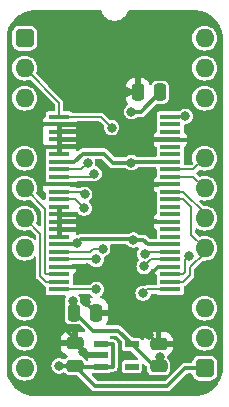
<source format=gtl>
%TF.GenerationSoftware,KiCad,Pcbnew,8.0.4*%
%TF.CreationDate,2024-08-13T15:30:36+02:00*%
%TF.ProjectId,SD Card Write Data,53442043-6172-4642-9057-726974652044,V0*%
%TF.SameCoordinates,PX54c81a0PY37b6b20*%
%TF.FileFunction,Copper,L1,Top*%
%TF.FilePolarity,Positive*%
%FSLAX46Y46*%
G04 Gerber Fmt 4.6, Leading zero omitted, Abs format (unit mm)*
G04 Created by KiCad (PCBNEW 8.0.4) date 2024-08-13 15:30:36*
%MOMM*%
%LPD*%
G01*
G04 APERTURE LIST*
G04 Aperture macros list*
%AMRoundRect*
0 Rectangle with rounded corners*
0 $1 Rounding radius*
0 $2 $3 $4 $5 $6 $7 $8 $9 X,Y pos of 4 corners*
0 Add a 4 corners polygon primitive as box body*
4,1,4,$2,$3,$4,$5,$6,$7,$8,$9,$2,$3,0*
0 Add four circle primitives for the rounded corners*
1,1,$1+$1,$2,$3*
1,1,$1+$1,$4,$5*
1,1,$1+$1,$6,$7*
1,1,$1+$1,$8,$9*
0 Add four rect primitives between the rounded corners*
20,1,$1+$1,$2,$3,$4,$5,0*
20,1,$1+$1,$4,$5,$6,$7,0*
20,1,$1+$1,$6,$7,$8,$9,0*
20,1,$1+$1,$8,$9,$2,$3,0*%
G04 Aperture macros list end*
%TA.AperFunction,SMDPad,CuDef*%
%ADD10RoundRect,0.250000X-0.250000X-0.475000X0.250000X-0.475000X0.250000X0.475000X-0.250000X0.475000X0*%
%TD*%
%TA.AperFunction,SMDPad,CuDef*%
%ADD11RoundRect,0.250000X0.250000X0.475000X-0.250000X0.475000X-0.250000X-0.475000X0.250000X-0.475000X0*%
%TD*%
%TA.AperFunction,ComponentPad*%
%ADD12RoundRect,0.400000X-0.400000X-0.400000X0.400000X-0.400000X0.400000X0.400000X-0.400000X0.400000X0*%
%TD*%
%TA.AperFunction,ComponentPad*%
%ADD13O,1.600000X1.600000*%
%TD*%
%TA.AperFunction,ComponentPad*%
%ADD14R,1.600000X1.600000*%
%TD*%
%TA.AperFunction,SMDPad,CuDef*%
%ADD15RoundRect,0.250000X0.475000X-0.250000X0.475000X0.250000X-0.475000X0.250000X-0.475000X-0.250000X0*%
%TD*%
%TA.AperFunction,SMDPad,CuDef*%
%ADD16R,1.150000X0.600000*%
%TD*%
%TA.AperFunction,SMDPad,CuDef*%
%ADD17R,1.800000X0.430000*%
%TD*%
%TA.AperFunction,ViaPad*%
%ADD18C,0.800000*%
%TD*%
%TA.AperFunction,Conductor*%
%ADD19C,0.200000*%
%TD*%
%TA.AperFunction,Conductor*%
%ADD20C,0.380000*%
%TD*%
G04 APERTURE END LIST*
D10*
%TO.P,C1,1*%
%TO.N,/3.3V*%
X4146000Y-23241000D03*
%TO.P,C1,2*%
%TO.N,GND*%
X6046000Y-23241000D03*
%TD*%
D11*
%TO.P,C4,1*%
%TO.N,/3.3V*%
X11475000Y-4572000D03*
%TO.P,C4,2*%
%TO.N,GND*%
X9575000Y-4572000D03*
%TD*%
D12*
%TO.P,J1,1,Pin_1*%
%TO.N,5V*%
X0Y0D03*
D13*
%TO.P,J1,2,Pin_2*%
%TO.N,Write Data*%
X0Y-2540000D03*
%TO.P,J1,3,Pin_3*%
%TO.N,D7*%
X0Y-5080000D03*
D14*
%TO.P,J1,4,Pin_4*%
%TO.N,GND*%
X0Y-7620000D03*
D13*
%TO.P,J1,5,Pin_5*%
%TO.N,D6*%
X0Y-10160000D03*
%TO.P,J1,6,Pin_6*%
%TO.N,D5*%
X0Y-12700000D03*
%TO.P,J1,7,Pin_7*%
%TO.N,D4*%
X0Y-15240000D03*
%TO.P,J1,8,Pin_8*%
%TO.N,D3*%
X0Y-17780000D03*
D14*
%TO.P,J1,9,Pin_9*%
%TO.N,GND*%
X0Y-20320000D03*
D13*
%TO.P,J1,10,Pin_10*%
%TO.N,D2*%
X0Y-22860000D03*
%TO.P,J1,11,Pin_11*%
%TO.N,D1*%
X0Y-25400000D03*
%TO.P,J1,12,Pin_12*%
%TO.N,D0*%
X0Y-27940000D03*
D12*
%TO.P,J1,13,Pin_13*%
%TO.N,5V*%
X15240000Y-27940000D03*
D13*
%TO.P,J1,14,Pin_14*%
%TO.N,unconnected-(J1-Pin_14-Pad14)*%
X15240000Y-25400000D03*
%TO.P,J1,15,Pin_15*%
%TO.N,unconnected-(J1-Pin_15-Pad15)*%
X15240000Y-22860000D03*
D14*
%TO.P,J1,16,Pin_16*%
%TO.N,GND*%
X15240000Y-20320000D03*
D13*
%TO.P,J1,17,Pin_17*%
%TO.N,DAT0*%
X15240000Y-17780000D03*
%TO.P,J1,18,Pin_18*%
%TO.N,DAT1*%
X15240000Y-15240000D03*
%TO.P,J1,19,Pin_19*%
%TO.N,DAT2*%
X15240000Y-12700000D03*
%TO.P,J1,20,Pin_20*%
%TO.N,DAT3*%
X15240000Y-10160000D03*
D14*
%TO.P,J1,21,Pin_21*%
%TO.N,GND*%
X15240000Y-7620000D03*
D13*
%TO.P,J1,22,Pin_22*%
%TO.N,unconnected-(J1-Pin_22-Pad22)*%
X15240000Y-5080000D03*
%TO.P,J1,23,Pin_23*%
%TO.N,~{Write Low Nybble}*%
X15240000Y-2540000D03*
%TO.P,J1,24,Pin_24*%
%TO.N,~{Write High Nybble}*%
X15240000Y0D03*
%TD*%
D15*
%TO.P,C11,1*%
%TO.N,/3.3V*%
X11333000Y-27792000D03*
%TO.P,C11,2*%
%TO.N,GND*%
X11333000Y-25892000D03*
%TD*%
D16*
%TO.P,IC1,1,6VIn*%
%TO.N,5V*%
X6477000Y-25908000D03*
%TO.P,IC1,2,GND*%
%TO.N,GND*%
X6477000Y-26858000D03*
%TO.P,IC1,3,EN*%
%TO.N,5V*%
X6477000Y-27808000D03*
%TO.P,IC1,4,ADJ*%
%TO.N,unconnected-(IC1-ADJ-Pad4)*%
X9077000Y-27808000D03*
%TO.P,IC1,5,3.3VOut*%
%TO.N,/3.3V*%
X9077000Y-25908000D03*
%TD*%
D17*
%TO.P,IC3,1,1~{OE}*%
%TO.N,~{Write High Nybble}*%
X12320000Y-21270766D03*
%TO.P,IC3,2,1Q0*%
%TO.N,DAT0*%
X12320000Y-20636766D03*
%TO.P,IC3,3,1Q1*%
%TO.N,DAT1*%
X12320000Y-20000766D03*
%TO.P,IC3,4,GND*%
%TO.N,GND*%
X12319999Y-19366766D03*
%TO.P,IC3,5,1Q2*%
%TO.N,DAT2*%
X12319999Y-18730766D03*
%TO.P,IC3,6,1Q3*%
%TO.N,DAT3*%
X12320000Y-18096766D03*
%TO.P,IC3,7,3V*%
%TO.N,/3.3V*%
X12320000Y-17460766D03*
%TO.P,IC3,8,1Q4*%
%TO.N,unconnected-(IC3-1Q4-Pad8)*%
X12320000Y-16826766D03*
%TO.P,IC3,9,1Q5*%
%TO.N,unconnected-(IC3-1Q5-Pad9)*%
X12320000Y-16190766D03*
%TO.P,IC3,10,GND*%
%TO.N,GND*%
X12319999Y-15556766D03*
%TO.P,IC3,11,1Q6*%
%TO.N,unconnected-(IC3-1Q6-Pad11)*%
X12320000Y-14920766D03*
%TO.P,IC3,12,1Q7*%
%TO.N,unconnected-(IC3-1Q7-Pad12)*%
X12320000Y-14286766D03*
%TO.P,IC3,13,2Q0*%
%TO.N,DAT0*%
X12320000Y-13650766D03*
%TO.P,IC3,14,2Q1*%
%TO.N,DAT1*%
X12320000Y-13016766D03*
%TO.P,IC3,15,GND*%
%TO.N,GND*%
X12319999Y-12380766D03*
%TO.P,IC3,16,2Q2*%
%TO.N,DAT2*%
X12320000Y-11746766D03*
%TO.P,IC3,17,2Q3*%
%TO.N,DAT3*%
X12320000Y-11110766D03*
%TO.P,IC3,18,3V*%
%TO.N,/3.3V*%
X12320000Y-10476766D03*
%TO.P,IC3,19,2Q4*%
%TO.N,unconnected-(IC3-2Q4-Pad19)*%
X12320000Y-9840766D03*
%TO.P,IC3,20,2Q5*%
%TO.N,unconnected-(IC3-2Q5-Pad20)*%
X12319999Y-9206766D03*
%TO.P,IC3,21,GND*%
%TO.N,GND*%
X12319999Y-8570766D03*
%TO.P,IC3,22,2Q6*%
%TO.N,unconnected-(IC3-2Q6-Pad22)*%
X12320000Y-7936766D03*
%TO.P,IC3,23,2Q7*%
%TO.N,unconnected-(IC3-2Q7-Pad23)*%
X12320000Y-7300766D03*
%TO.P,IC3,24,2~{OE}*%
%TO.N,~{Write Low Nybble}*%
X12320000Y-6666766D03*
%TO.P,IC3,25,2LE*%
%TO.N,Write Data*%
X2920000Y-6666766D03*
%TO.P,IC3,26,2D7*%
%TO.N,GND*%
X2920000Y-7300766D03*
%TO.P,IC3,27,2D6*%
X2920000Y-7936766D03*
%TO.P,IC3,28,GND*%
X2920001Y-8570766D03*
%TO.P,IC3,29,2D5*%
X2920001Y-9206766D03*
%TO.P,IC3,30,2D4*%
X2920000Y-9840766D03*
%TO.P,IC3,31,3V*%
%TO.N,/3.3V*%
X2920000Y-10476766D03*
%TO.P,IC3,32,2D3*%
%TO.N,D3*%
X2920000Y-11110766D03*
%TO.P,IC3,33,2D2*%
%TO.N,D2*%
X2920000Y-11746766D03*
%TO.P,IC3,34,GND*%
%TO.N,GND*%
X2920001Y-12380766D03*
%TO.P,IC3,35,2D1*%
%TO.N,D1*%
X2920000Y-13016766D03*
%TO.P,IC3,36,2D0*%
%TO.N,D0*%
X2920000Y-13650766D03*
%TO.P,IC3,37,1D7*%
%TO.N,GND*%
X2920000Y-14286766D03*
%TO.P,IC3,38,1D6*%
X2920000Y-14920766D03*
%TO.P,IC3,39,GND*%
X2920001Y-15556766D03*
%TO.P,IC3,40,1D5*%
X2920000Y-16190766D03*
%TO.P,IC3,41,1D4*%
X2920000Y-16826766D03*
%TO.P,IC3,42,3V*%
%TO.N,/3.3V*%
X2920000Y-17460766D03*
%TO.P,IC3,43,1D3*%
%TO.N,D7*%
X2920000Y-18096766D03*
%TO.P,IC3,44,1D2*%
%TO.N,D6*%
X2920001Y-18730766D03*
%TO.P,IC3,45,GND*%
%TO.N,GND*%
X2920001Y-19366766D03*
%TO.P,IC3,46,1D1*%
%TO.N,D5*%
X2920000Y-20000766D03*
%TO.P,IC3,47,1D0*%
%TO.N,D4*%
X2920000Y-20636766D03*
%TO.P,IC3,48,1LE*%
%TO.N,Write Data*%
X2920000Y-21270766D03*
%TD*%
D15*
%TO.P,C10,1*%
%TO.N,5V*%
X4259000Y-27742000D03*
%TO.P,C10,2*%
%TO.N,GND*%
X4259000Y-25842000D03*
%TD*%
D18*
%TO.N,/3.3V*%
X4064000Y-22225000D03*
X9209554Y-17101134D03*
X9041000Y-10541000D03*
X4445000Y-17346766D03*
X11430000Y-26992000D03*
X9041000Y-6223000D03*
%TO.N,D6*%
X6075000Y-18730766D03*
%TO.N,D7*%
X6604000Y-17858000D03*
%TO.N,GND*%
X8461000Y-8601766D03*
X5207004Y-16190766D03*
X4953000Y-8509000D03*
X4953000Y-26543000D03*
X10160000Y-20451383D03*
X8636000Y-4572000D03*
X8461000Y-15533724D03*
X8461000Y-12380766D03*
X6197000Y-12452481D03*
X5235000Y-19430766D03*
X5207000Y-22352000D03*
X10541000Y-25146000D03*
X7983588Y-20447000D03*
%TO.N,5V*%
X2921000Y-27742000D03*
%TO.N,D0*%
X5035001Y-14395999D03*
%TO.N,D1*%
X5080000Y-13208000D03*
%TO.N,Write Data*%
X7361000Y-7569248D03*
X6066888Y-21266523D03*
%TO.N,DAT3*%
X10162512Y-18269499D03*
%TO.N,~{Write Low Nybble}*%
X13589008Y-6604000D03*
%TO.N,D3*%
X5334000Y-10570858D03*
%TO.N,DAT1*%
X13884169Y-18456169D03*
%TO.N,D2*%
X5868421Y-11474683D03*
%TO.N,~{Write High Nybble}*%
X10033000Y-21590000D03*
%TO.N,DAT2*%
X10105490Y-19317952D03*
%TD*%
D19*
%TO.N,DAT0*%
X13989000Y-20067766D02*
X13989000Y-19412000D01*
X13989000Y-19412000D02*
X15240000Y-18161000D01*
X12320000Y-20636766D02*
X13420000Y-20636766D01*
X13420000Y-20636766D02*
X13989000Y-20067766D01*
D20*
%TO.N,GND*%
X6604000Y-20447000D02*
X7983588Y-20447000D01*
X5587766Y-19430766D02*
X6604000Y-20447000D01*
X5235000Y-19430766D02*
X5587766Y-19430766D01*
D19*
%TO.N,Write Data*%
X6062645Y-21270766D02*
X6066888Y-21266523D01*
X2920000Y-21270766D02*
X6062645Y-21270766D01*
D20*
%TO.N,GND*%
X7987971Y-20451383D02*
X7983588Y-20447000D01*
X10160000Y-20451383D02*
X7987971Y-20451383D01*
%TO.N,/3.3V*%
X4445000Y-17346766D02*
X4773766Y-17018000D01*
X4200000Y-10476766D02*
X4897766Y-9779000D01*
X9105234Y-10476766D02*
X9041000Y-10541000D01*
X4773766Y-17018000D02*
X9126420Y-17018000D01*
X10054368Y-17101134D02*
X10414000Y-17460766D01*
X4295500Y-23241000D02*
X5819500Y-24765000D01*
X5819500Y-24765000D02*
X7934000Y-24765000D01*
X10414000Y-17460766D02*
X12320000Y-17460766D01*
X4897766Y-9779000D02*
X6731000Y-9779000D01*
X11333000Y-27089000D02*
X11430000Y-26992000D01*
X4146000Y-22307000D02*
X4064000Y-22225000D01*
X9126420Y-17018000D02*
X9209554Y-17101134D01*
X9209554Y-17101134D02*
X10054368Y-17101134D01*
X2920000Y-17460766D02*
X4331000Y-17460766D01*
X2920000Y-10476766D02*
X4200000Y-10476766D01*
X6731000Y-9779000D02*
X7493000Y-10541000D01*
X10961000Y-27792000D02*
X9077000Y-25908000D01*
X7934000Y-24765000D02*
X9077000Y-25908000D01*
X7493000Y-10541000D02*
X9041000Y-10541000D01*
X4146000Y-23241000D02*
X4146000Y-22307000D01*
X11475000Y-4572000D02*
X9824000Y-6223000D01*
X12320000Y-10476766D02*
X9105234Y-10476766D01*
X4331000Y-17460766D02*
X4445000Y-17346766D01*
X11333000Y-27792000D02*
X11333000Y-27089000D01*
X9824000Y-6223000D02*
X9041000Y-6223000D01*
D19*
%TO.N,D6*%
X2920001Y-18730766D02*
X6075000Y-18730766D01*
%TO.N,D7*%
X2920000Y-18096766D02*
X5542339Y-18096766D01*
X5542339Y-18096766D02*
X5781105Y-17858000D01*
X5781105Y-17858000D02*
X6604000Y-17858000D01*
D20*
%TO.N,GND*%
X1659000Y-12380766D02*
X2920001Y-12380766D01*
X2920000Y-16826766D02*
X2920000Y-16190766D01*
X5207000Y-22402000D02*
X5207000Y-22352000D01*
X14258234Y-8601766D02*
X8461000Y-8601766D01*
X4953000Y-26543000D02*
X4953000Y-26536000D01*
X5171000Y-19366766D02*
X2920001Y-19366766D01*
X0Y-21177085D02*
X4259000Y-25436085D01*
X12319999Y-19366766D02*
X11244617Y-19366766D01*
X15240000Y-7620000D02*
X14258234Y-8601766D01*
X4259000Y-25436085D02*
X4259000Y-25842000D01*
X2920001Y-9206766D02*
X2920001Y-9840765D01*
X2920001Y-9206766D02*
X1673234Y-9206766D01*
X2920001Y-15556766D02*
X2920001Y-14920767D01*
X1673234Y-9206766D02*
X1630000Y-9250000D01*
X4953000Y-8509000D02*
X8368234Y-8509000D01*
X8461000Y-15533724D02*
X7072276Y-15533724D01*
X1589234Y-7300766D02*
X2920000Y-7300766D01*
X0Y-7620000D02*
X1630000Y-9250000D01*
X4960000Y-26543000D02*
X4953000Y-26543000D01*
X1630000Y-9250000D02*
X1630000Y-12351766D01*
X2920001Y-12380766D02*
X8461000Y-12380766D01*
X2920000Y-7936766D02*
X2920000Y-8570765D01*
X2920000Y-16190766D02*
X5207004Y-16190766D01*
X4953000Y-26536000D02*
X4259000Y-25842000D01*
X5235000Y-19430766D02*
X5171000Y-19366766D01*
X5275000Y-26858000D02*
X4960000Y-26543000D01*
X12319999Y-12380766D02*
X8461000Y-12380766D01*
X7072276Y-15533724D02*
X6415234Y-16190766D01*
X2920000Y-16190766D02*
X2920000Y-15556767D01*
X0Y-20320000D02*
X0Y-21177085D01*
X2920000Y-7300766D02*
X2920000Y-7936766D01*
X2920001Y-8570766D02*
X2920001Y-9206766D01*
X8484042Y-15556766D02*
X8461000Y-15533724D01*
X11287000Y-25892000D02*
X10541000Y-25146000D01*
X6046000Y-23241000D02*
X5207000Y-22402000D01*
X8636000Y-4572000D02*
X9575000Y-4572000D01*
X1630000Y-12351766D02*
X1659000Y-12380766D01*
X11244617Y-19366766D02*
X10160000Y-20451383D01*
X2920000Y-14286766D02*
X2920000Y-14920766D01*
X8368234Y-8509000D02*
X8461000Y-8601766D01*
X12319999Y-15556766D02*
X8484042Y-15556766D01*
X6415234Y-16190766D02*
X5207004Y-16190766D01*
X6477000Y-26858000D02*
X5275000Y-26858000D01*
X1270000Y-7620000D02*
X1589234Y-7300766D01*
X0Y-7620000D02*
X1270000Y-7620000D01*
%TO.N,5V*%
X6477000Y-25908000D02*
X7432000Y-25908000D01*
X6477000Y-27808000D02*
X4325000Y-27808000D01*
X13589000Y-27940000D02*
X12065000Y-29464000D01*
X7432000Y-27808000D02*
X6477000Y-27808000D01*
X15240000Y-27940000D02*
X13589000Y-27940000D01*
X7442000Y-25918000D02*
X7442000Y-27798000D01*
X4259000Y-27742000D02*
X2921000Y-27742000D01*
X7432000Y-25908000D02*
X7442000Y-25918000D01*
X12065000Y-29464000D02*
X5981000Y-29464000D01*
X5981000Y-29464000D02*
X4259000Y-27742000D01*
X7442000Y-27798000D02*
X7432000Y-27808000D01*
D19*
%TO.N,D4*%
X1320001Y-20136767D02*
X1820000Y-20636766D01*
X1820000Y-20636766D02*
X2920000Y-20636766D01*
X0Y-15240000D02*
X1320001Y-16560001D01*
X1320001Y-16560001D02*
X1320001Y-20136767D01*
%TO.N,D0*%
X4289768Y-13650766D02*
X5035001Y-14395999D01*
X2920000Y-13650766D02*
X4289768Y-13650766D01*
%TO.N,D1*%
X2920000Y-13016766D02*
X4888766Y-13016766D01*
X4888766Y-13016766D02*
X5080000Y-13208000D01*
%TO.N,Write Data*%
X0Y-2540000D02*
X2920000Y-5460000D01*
X2920000Y-6666766D02*
X6458518Y-6666766D01*
X6458518Y-6666766D02*
X7361000Y-7569248D01*
X2920000Y-5460000D02*
X2920000Y-6666766D01*
%TO.N,DAT3*%
X10335245Y-18096766D02*
X10162512Y-18269499D01*
X12320000Y-11110766D02*
X14289234Y-11110766D01*
X12320000Y-18096766D02*
X10335245Y-18096766D01*
X14289234Y-11110766D02*
X15240000Y-10160000D01*
%TO.N,~{Write Low Nybble}*%
X12320000Y-6666766D02*
X13526242Y-6666766D01*
X13526242Y-6666766D02*
X13589008Y-6604000D01*
%TO.N,D3*%
X2920000Y-11110766D02*
X4794092Y-11110766D01*
X4794092Y-11110766D02*
X5334000Y-10570858D01*
%TO.N,DAT1*%
X13420000Y-13016766D02*
X15240000Y-14836766D01*
X12320000Y-13016766D02*
X13420000Y-13016766D01*
%TO.N,DAT0*%
X14097000Y-16637000D02*
X15240000Y-17780000D01*
X12320000Y-13650766D02*
X13420000Y-13650766D01*
X13420000Y-13650766D02*
X14097000Y-14327766D01*
X14097000Y-14327766D02*
X14097000Y-16637000D01*
%TO.N,D2*%
X5596338Y-11746766D02*
X5868421Y-11474683D01*
X2920000Y-11746766D02*
X5596338Y-11746766D01*
%TO.N,D5*%
X1720001Y-14420001D02*
X1720001Y-19881766D01*
X0Y-12700000D02*
X1720001Y-14420001D01*
X1720001Y-19881766D02*
X1839001Y-20000766D01*
X1839001Y-20000766D02*
X2920000Y-20000766D01*
%TO.N,~{Write High Nybble}*%
X12320000Y-21270766D02*
X10352234Y-21270766D01*
X10352234Y-21270766D02*
X10033000Y-21590000D01*
%TO.N,DAT2*%
X14286766Y-11746766D02*
X15240000Y-12700000D01*
X12320000Y-11746766D02*
X14286766Y-11746766D01*
X10692676Y-18730766D02*
X10105490Y-19317952D01*
X12319999Y-18730766D02*
X10692676Y-18730766D01*
%TO.N,DAT1*%
X13420000Y-20000766D02*
X13589000Y-19831766D01*
X13589000Y-18751338D02*
X13884169Y-18456169D01*
X13589000Y-19831766D02*
X13589000Y-18751338D01*
X12320000Y-20000766D02*
X13420000Y-20000766D01*
%TD*%
%TA.AperFunction,Conductor*%
%TO.N,GND*%
G36*
X1524000Y-3568318D02*
G01*
X1010191Y-3054509D01*
X976706Y-2993186D01*
X979210Y-2930837D01*
X1035300Y-2745934D01*
X1055583Y-2540000D01*
X1035300Y-2334066D01*
X975232Y-2136046D01*
X877685Y-1953550D01*
X825702Y-1890209D01*
X746410Y-1793589D01*
X586452Y-1662317D01*
X586453Y-1662317D01*
X586450Y-1662315D01*
X403954Y-1564768D01*
X205934Y-1504700D01*
X205932Y-1504699D01*
X205934Y-1504699D01*
X0Y-1484417D01*
X-205933Y-1504699D01*
X-403957Y-1564769D01*
X-514102Y-1623643D01*
X-586450Y-1662315D01*
X-586452Y-1662316D01*
X-586453Y-1662317D01*
X-746411Y-1793589D01*
X-877683Y-1953547D01*
X-975231Y-2136043D01*
X-1035301Y-2334067D01*
X-1055583Y-2540000D01*
X-1035301Y-2745932D01*
X-1035300Y-2745934D01*
X-975232Y-2943954D01*
X-877685Y-3126450D01*
X-877683Y-3126452D01*
X-746411Y-3286410D01*
X-649791Y-3365702D01*
X-586450Y-3417685D01*
X-403954Y-3515232D01*
X-205934Y-3575300D01*
X-205935Y-3575300D01*
X-187471Y-3577118D01*
X0Y-3595583D01*
X205934Y-3575300D01*
X390836Y-3519210D01*
X460699Y-3518588D01*
X514509Y-3550191D01*
X1524000Y-4559682D01*
X1524000Y-13728318D01*
X1010191Y-13214509D01*
X976706Y-13153186D01*
X979210Y-13090837D01*
X1035300Y-12905934D01*
X1055583Y-12700000D01*
X1035300Y-12494066D01*
X975232Y-12296046D01*
X877685Y-12113550D01*
X825702Y-12050209D01*
X746410Y-11953589D01*
X586452Y-11822317D01*
X586453Y-11822317D01*
X586450Y-11822315D01*
X403954Y-11724768D01*
X205934Y-11664700D01*
X205932Y-11664699D01*
X205934Y-11664699D01*
X0Y-11644417D01*
X-205933Y-11664699D01*
X-403957Y-11724769D01*
X-514102Y-11783643D01*
X-586450Y-11822315D01*
X-586452Y-11822316D01*
X-586453Y-11822317D01*
X-746411Y-11953589D01*
X-877683Y-12113547D01*
X-975231Y-12296043D01*
X-1035301Y-12494067D01*
X-1055583Y-12700000D01*
X-1035301Y-12905932D01*
X-1035300Y-12905934D01*
X-975232Y-13103954D01*
X-877685Y-13286450D01*
X-877683Y-13286452D01*
X-746411Y-13446410D01*
X-649791Y-13525702D01*
X-586450Y-13577685D01*
X-403954Y-13675232D01*
X-205934Y-13735300D01*
X-205935Y-13735300D01*
X-187471Y-13737118D01*
X0Y-13755583D01*
X205934Y-13735300D01*
X390836Y-13679210D01*
X460699Y-13678588D01*
X514509Y-13710191D01*
X1333182Y-14528864D01*
X1366667Y-14590187D01*
X1369501Y-14616545D01*
X1369501Y-15814457D01*
X1349816Y-15881496D01*
X1297012Y-15927251D01*
X1227854Y-15937195D01*
X1164298Y-15908170D01*
X1157820Y-15902139D01*
X1137177Y-15881496D01*
X1010189Y-15754508D01*
X976706Y-15693188D01*
X979210Y-15630837D01*
X1035300Y-15445934D01*
X1055583Y-15240000D01*
X1035300Y-15034066D01*
X975232Y-14836046D01*
X877685Y-14653550D01*
X805165Y-14565183D01*
X746410Y-14493589D01*
X586452Y-14362317D01*
X586453Y-14362317D01*
X586450Y-14362315D01*
X403954Y-14264768D01*
X205934Y-14204700D01*
X205932Y-14204699D01*
X205934Y-14204699D01*
X0Y-14184417D01*
X-205933Y-14204699D01*
X-403957Y-14264769D01*
X-514102Y-14323643D01*
X-586450Y-14362315D01*
X-586452Y-14362316D01*
X-586453Y-14362317D01*
X-746411Y-14493589D01*
X-877683Y-14653547D01*
X-975231Y-14836043D01*
X-1035301Y-15034067D01*
X-1055583Y-15240000D01*
X-1035301Y-15445932D01*
X-1035300Y-15445934D01*
X-975232Y-15643954D01*
X-877685Y-15826450D01*
X-877683Y-15826452D01*
X-746411Y-15986410D01*
X-649791Y-16065702D01*
X-586450Y-16117685D01*
X-403954Y-16215232D01*
X-205934Y-16275300D01*
X-205935Y-16275300D01*
X-187471Y-16277118D01*
X0Y-16295583D01*
X205934Y-16275300D01*
X390836Y-16219210D01*
X460701Y-16218588D01*
X514510Y-16250191D01*
X933182Y-16668863D01*
X966667Y-16730186D01*
X969501Y-16756544D01*
X969501Y-16958869D01*
X949816Y-17025908D01*
X897012Y-17071663D01*
X827854Y-17081607D01*
X764298Y-17052582D01*
X749651Y-17037538D01*
X746411Y-17033590D01*
X586452Y-16902317D01*
X586453Y-16902317D01*
X586450Y-16902315D01*
X403954Y-16804768D01*
X205934Y-16744700D01*
X205932Y-16744699D01*
X205934Y-16744699D01*
X0Y-16724417D01*
X-205933Y-16744699D01*
X-403957Y-16804769D01*
X-514102Y-16863643D01*
X-586450Y-16902315D01*
X-586452Y-16902316D01*
X-586453Y-16902317D01*
X-746411Y-17033589D01*
X-877683Y-17193547D01*
X-975231Y-17376043D01*
X-1035301Y-17574067D01*
X-1055583Y-17780000D01*
X-1035301Y-17985932D01*
X-1035300Y-17985934D01*
X-975232Y-18183954D01*
X-877685Y-18366450D01*
X-877683Y-18366452D01*
X-746411Y-18526410D01*
X-680864Y-18580202D01*
X-586450Y-18657685D01*
X-403954Y-18755232D01*
X-205934Y-18815300D01*
X-205935Y-18815300D01*
X-187471Y-18817118D01*
X0Y-18835583D01*
X205934Y-18815300D01*
X403954Y-18755232D01*
X586450Y-18657685D01*
X746410Y-18526410D01*
X749647Y-18522466D01*
X807392Y-18483131D01*
X877237Y-18481260D01*
X937006Y-18517447D01*
X967722Y-18580202D01*
X969501Y-18601130D01*
X969501Y-20182911D01*
X982726Y-20232267D01*
X993386Y-20272053D01*
X1039528Y-20351975D01*
X1039532Y-20351980D01*
X1524000Y-20836447D01*
X1524000Y-30303232D01*
X839477Y-30303232D01*
X831992Y-30303006D01*
X558355Y-30286458D01*
X543490Y-30284653D01*
X277546Y-30235920D01*
X263006Y-30232337D01*
X4865Y-30151899D01*
X-9135Y-30146589D01*
X-255693Y-30035625D01*
X-268946Y-30028670D01*
X-500348Y-29888786D01*
X-512660Y-29880286D01*
X-725491Y-29713546D01*
X-736700Y-29703617D01*
X-927895Y-29512425D01*
X-937824Y-29501217D01*
X-1104569Y-29288385D01*
X-1113075Y-29276062D01*
X-1252958Y-29044671D01*
X-1259906Y-29031435D01*
X-1370889Y-28784842D01*
X-1376190Y-28770862D01*
X-1387622Y-28734177D01*
X-1456631Y-28512720D01*
X-1460213Y-28498187D01*
X-1508950Y-28232236D01*
X-1510755Y-28217372D01*
X-1527274Y-27944281D01*
X-1527403Y-27940000D01*
X-1055583Y-27940000D01*
X-1035301Y-28145932D01*
X-1035300Y-28145934D01*
X-975232Y-28343954D01*
X-877685Y-28526450D01*
X-877683Y-28526452D01*
X-746411Y-28686410D01*
X-649791Y-28765702D01*
X-586450Y-28817685D01*
X-403954Y-28915232D01*
X-205934Y-28975300D01*
X-205935Y-28975300D01*
X-187471Y-28977118D01*
X0Y-28995583D01*
X205934Y-28975300D01*
X403954Y-28915232D01*
X586450Y-28817685D01*
X746410Y-28686410D01*
X877685Y-28526450D01*
X975232Y-28343954D01*
X1035300Y-28145934D01*
X1055583Y-27940000D01*
X1035300Y-27734066D01*
X975232Y-27536046D01*
X877685Y-27353550D01*
X825702Y-27290209D01*
X746410Y-27193589D01*
X586452Y-27062317D01*
X586453Y-27062317D01*
X586450Y-27062315D01*
X403954Y-26964768D01*
X205934Y-26904700D01*
X205932Y-26904699D01*
X205934Y-26904699D01*
X0Y-26884417D01*
X-205933Y-26904699D01*
X-403957Y-26964769D01*
X-514102Y-27023643D01*
X-586450Y-27062315D01*
X-586452Y-27062316D01*
X-586453Y-27062317D01*
X-746411Y-27193589D01*
X-877683Y-27353547D01*
X-975231Y-27536043D01*
X-1035301Y-27734067D01*
X-1055583Y-27940000D01*
X-1527403Y-27940000D01*
X-1527500Y-27936794D01*
X-1527500Y-25400000D01*
X-1055583Y-25400000D01*
X-1035301Y-25605932D01*
X-1035300Y-25605934D01*
X-975232Y-25803954D01*
X-877685Y-25986450D01*
X-877683Y-25986452D01*
X-746411Y-26146410D01*
X-649791Y-26225702D01*
X-586450Y-26277685D01*
X-403954Y-26375232D01*
X-205934Y-26435300D01*
X-205935Y-26435300D01*
X-187471Y-26437118D01*
X0Y-26455583D01*
X205934Y-26435300D01*
X403954Y-26375232D01*
X586450Y-26277685D01*
X746410Y-26146410D01*
X877685Y-25986450D01*
X975232Y-25803954D01*
X1035300Y-25605934D01*
X1055583Y-25400000D01*
X1035300Y-25194066D01*
X975232Y-24996046D01*
X877685Y-24813550D01*
X825702Y-24750209D01*
X746410Y-24653589D01*
X586452Y-24522317D01*
X586453Y-24522317D01*
X586450Y-24522315D01*
X403954Y-24424768D01*
X205934Y-24364700D01*
X205932Y-24364699D01*
X205934Y-24364699D01*
X0Y-24344417D01*
X-205933Y-24364699D01*
X-403957Y-24424769D01*
X-514102Y-24483643D01*
X-586450Y-24522315D01*
X-586452Y-24522316D01*
X-586453Y-24522317D01*
X-746411Y-24653589D01*
X-877683Y-24813547D01*
X-975231Y-24996043D01*
X-1035301Y-25194067D01*
X-1055583Y-25400000D01*
X-1527500Y-25400000D01*
X-1527500Y-22860000D01*
X-1055583Y-22860000D01*
X-1035301Y-23065932D01*
X-1035300Y-23065934D01*
X-975232Y-23263954D01*
X-877685Y-23446450D01*
X-877683Y-23446452D01*
X-746411Y-23606410D01*
X-649791Y-23685702D01*
X-586450Y-23737685D01*
X-403954Y-23835232D01*
X-205934Y-23895300D01*
X-205935Y-23895300D01*
X-187471Y-23897118D01*
X0Y-23915583D01*
X205934Y-23895300D01*
X403954Y-23835232D01*
X586450Y-23737685D01*
X746410Y-23606410D01*
X877685Y-23446450D01*
X975232Y-23263954D01*
X1035300Y-23065934D01*
X1055583Y-22860000D01*
X1035300Y-22654066D01*
X975232Y-22456046D01*
X877685Y-22273550D01*
X825702Y-22210209D01*
X746410Y-22113589D01*
X586452Y-21982317D01*
X586453Y-21982317D01*
X586450Y-21982315D01*
X403954Y-21884768D01*
X205934Y-21824700D01*
X205932Y-21824699D01*
X205934Y-21824699D01*
X0Y-21804417D01*
X-205933Y-21824699D01*
X-403957Y-21884769D01*
X-514102Y-21943643D01*
X-586450Y-21982315D01*
X-586452Y-21982316D01*
X-586453Y-21982317D01*
X-746411Y-22113589D01*
X-877683Y-22273547D01*
X-975231Y-22456043D01*
X-1035301Y-22654067D01*
X-1055583Y-22860000D01*
X-1527500Y-22860000D01*
X-1527500Y-10160000D01*
X-1055583Y-10160000D01*
X-1035301Y-10365932D01*
X-1035300Y-10365934D01*
X-975232Y-10563954D01*
X-877685Y-10746450D01*
X-877683Y-10746452D01*
X-746411Y-10906410D01*
X-649791Y-10985702D01*
X-586450Y-11037685D01*
X-403954Y-11135232D01*
X-205934Y-11195300D01*
X-205935Y-11195300D01*
X-187471Y-11197118D01*
X0Y-11215583D01*
X205934Y-11195300D01*
X403954Y-11135232D01*
X586450Y-11037685D01*
X746410Y-10906410D01*
X877685Y-10746450D01*
X975232Y-10563954D01*
X1035300Y-10365934D01*
X1055583Y-10160000D01*
X1035300Y-9954066D01*
X975232Y-9756046D01*
X877685Y-9573550D01*
X825702Y-9510209D01*
X746410Y-9413589D01*
X586452Y-9282317D01*
X586453Y-9282317D01*
X586450Y-9282315D01*
X403954Y-9184768D01*
X205934Y-9124700D01*
X205932Y-9124699D01*
X205934Y-9124699D01*
X0Y-9104417D01*
X-205933Y-9124699D01*
X-403957Y-9184769D01*
X-514102Y-9243643D01*
X-586450Y-9282315D01*
X-586452Y-9282316D01*
X-586453Y-9282317D01*
X-746411Y-9413589D01*
X-877683Y-9573547D01*
X-975231Y-9756043D01*
X-1035301Y-9954067D01*
X-1055583Y-10160000D01*
X-1527500Y-10160000D01*
X-1527500Y-5080000D01*
X-1055583Y-5080000D01*
X-1035301Y-5285932D01*
X-1035300Y-5285934D01*
X-975232Y-5483954D01*
X-877685Y-5666450D01*
X-877683Y-5666452D01*
X-746411Y-5826410D01*
X-649791Y-5905702D01*
X-586450Y-5957685D01*
X-403954Y-6055232D01*
X-205934Y-6115300D01*
X-205935Y-6115300D01*
X-187471Y-6117118D01*
X0Y-6135583D01*
X205934Y-6115300D01*
X403954Y-6055232D01*
X586450Y-5957685D01*
X746410Y-5826410D01*
X877685Y-5666450D01*
X975232Y-5483954D01*
X1035300Y-5285934D01*
X1055583Y-5080000D01*
X1035300Y-4874066D01*
X975232Y-4676046D01*
X877685Y-4493550D01*
X825702Y-4430209D01*
X746410Y-4333589D01*
X586452Y-4202317D01*
X586453Y-4202317D01*
X586450Y-4202315D01*
X403954Y-4104768D01*
X205934Y-4044700D01*
X205932Y-4044699D01*
X205934Y-4044699D01*
X0Y-4024417D01*
X-205933Y-4044699D01*
X-403957Y-4104769D01*
X-514102Y-4163643D01*
X-586450Y-4202315D01*
X-586452Y-4202316D01*
X-586453Y-4202317D01*
X-746411Y-4333589D01*
X-877683Y-4493547D01*
X-975231Y-4676043D01*
X-1035301Y-4874067D01*
X-1055583Y-5080000D01*
X-1527500Y-5080000D01*
X-1527500Y-3750D01*
X-1527274Y3737D01*
X-1510722Y277369D01*
X-1508917Y292233D01*
X-1477128Y465702D01*
X-1050500Y465702D01*
X-1050500Y-465701D01*
X-1047599Y-502567D01*
X-1047598Y-502573D01*
X-1001746Y-660393D01*
X-1001745Y-660396D01*
X-918083Y-801862D01*
X-918077Y-801870D01*
X-801871Y-918076D01*
X-801867Y-918079D01*
X-801865Y-918081D01*
X-660398Y-1001744D01*
X-618776Y-1013836D01*
X-502574Y-1047597D01*
X-502571Y-1047597D01*
X-502569Y-1047598D01*
X-465694Y-1050500D01*
X-465686Y-1050500D01*
X465686Y-1050500D01*
X465694Y-1050500D01*
X502569Y-1047598D01*
X502571Y-1047597D01*
X502573Y-1047597D01*
X544191Y-1035505D01*
X660398Y-1001744D01*
X801865Y-918081D01*
X918081Y-801865D01*
X1001744Y-660398D01*
X1047598Y-502569D01*
X1050500Y-465694D01*
X1050500Y465694D01*
X1047598Y502569D01*
X1027217Y572719D01*
X1001745Y660394D01*
X1001744Y660397D01*
X1001744Y660398D01*
X918081Y801865D01*
X918079Y801867D01*
X918076Y801871D01*
X801870Y918077D01*
X801862Y918083D01*
X660396Y1001745D01*
X660393Y1001746D01*
X502573Y1047598D01*
X502567Y1047599D01*
X465701Y1050500D01*
X465694Y1050500D01*
X-465694Y1050500D01*
X-465702Y1050500D01*
X-502568Y1047599D01*
X-502574Y1047598D01*
X-660394Y1001746D01*
X-660397Y1001745D01*
X-801863Y918083D01*
X-801871Y918077D01*
X-918077Y801871D01*
X-918083Y801863D01*
X-1001745Y660397D01*
X-1001746Y660394D01*
X-1047598Y502574D01*
X-1047599Y502568D01*
X-1050500Y465702D01*
X-1477128Y465702D01*
X-1460180Y558184D01*
X-1456597Y572719D01*
X-1429275Y660397D01*
X-1376155Y830864D01*
X-1370856Y844836D01*
X-1259882Y1091409D01*
X-1252933Y1104650D01*
X-1113044Y1336051D01*
X-1104549Y1348359D01*
X-937793Y1561204D01*
X-927880Y1572394D01*
X-736675Y1763597D01*
X-725483Y1773512D01*
X-512629Y1940270D01*
X-500324Y1948763D01*
X-268924Y2088646D01*
X-255693Y2095590D01*
X-9118Y2206562D01*
X4875Y2211868D01*
X263017Y2292306D01*
X277554Y2295889D01*
X543499Y2344622D01*
X558353Y2346426D01*
X832521Y2363007D01*
X840006Y2363232D01*
X891005Y2363232D01*
X891262Y2363256D01*
X1524000Y2363521D01*
X1524000Y-3568318D01*
G37*
%TD.AperFunction*%
%TD*%
%TA.AperFunction,Conductor*%
%TO.N,GND*%
G36*
X14348868Y2363257D02*
G01*
X14349118Y2363234D01*
X14360091Y2363234D01*
X14400492Y2363234D01*
X14407982Y2363008D01*
X14681637Y2346449D01*
X14696490Y2344644D01*
X14962430Y2295903D01*
X14976955Y2292323D01*
X15235107Y2211874D01*
X15249088Y2206571D01*
X15484611Y2100566D01*
X15495645Y2095599D01*
X15508904Y2088640D01*
X15740285Y1948760D01*
X15752599Y1940260D01*
X15965445Y1773501D01*
X15976641Y1763580D01*
X16167816Y1572401D01*
X16177745Y1561193D01*
X16344488Y1348357D01*
X16352995Y1336034D01*
X16492867Y1104651D01*
X16499825Y1091393D01*
X16552105Y975231D01*
X16596006Y877685D01*
X16610787Y844844D01*
X16616097Y830842D01*
X16696533Y572707D01*
X16700116Y558169D01*
X16748850Y292232D01*
X16750655Y277368D01*
X16760508Y114487D01*
X16764409Y49989D01*
X16767273Y2654D01*
X16767499Y-4833D01*
X16767500Y-27895830D01*
X16767500Y-27936249D01*
X16767274Y-27943737D01*
X16750721Y-28217369D01*
X16748916Y-28232232D01*
X16700180Y-28498178D01*
X16696596Y-28512718D01*
X16616158Y-28770851D01*
X16610848Y-28784852D01*
X16499885Y-29031399D01*
X16492927Y-29044657D01*
X16353050Y-29276039D01*
X16344543Y-29288363D01*
X16177799Y-29501194D01*
X16167870Y-29512402D01*
X15976682Y-29703588D01*
X15965474Y-29713517D01*
X15752637Y-29880262D01*
X15740313Y-29888768D01*
X15508937Y-30028637D01*
X15495678Y-30035596D01*
X15249125Y-30146557D01*
X15235124Y-30151867D01*
X14976982Y-30232305D01*
X14962443Y-30235888D01*
X14696505Y-30284620D01*
X14681641Y-30286425D01*
X14433129Y-30301454D01*
X14407477Y-30303006D01*
X14399994Y-30303232D01*
X13716000Y-30303232D01*
X13716000Y-28435961D01*
X13735142Y-28416819D01*
X13796465Y-28383334D01*
X13822823Y-28380500D01*
X14081267Y-28380500D01*
X14148306Y-28400185D01*
X14194061Y-28452989D01*
X14200343Y-28469905D01*
X14238253Y-28600393D01*
X14238255Y-28600396D01*
X14321917Y-28741862D01*
X14321923Y-28741870D01*
X14438129Y-28858076D01*
X14438133Y-28858079D01*
X14438135Y-28858081D01*
X14579602Y-28941744D01*
X14621224Y-28953836D01*
X14737426Y-28987597D01*
X14737429Y-28987597D01*
X14737431Y-28987598D01*
X14774306Y-28990500D01*
X14774314Y-28990500D01*
X15705686Y-28990500D01*
X15705694Y-28990500D01*
X15742569Y-28987598D01*
X15742571Y-28987597D01*
X15742573Y-28987597D01*
X15784191Y-28975505D01*
X15900398Y-28941744D01*
X16041865Y-28858081D01*
X16158081Y-28741865D01*
X16241744Y-28600398D01*
X16287598Y-28442569D01*
X16290500Y-28405694D01*
X16290500Y-27474306D01*
X16287598Y-27437431D01*
X16241744Y-27279602D01*
X16158081Y-27138135D01*
X16158079Y-27138133D01*
X16158076Y-27138129D01*
X16041870Y-27021923D01*
X16041862Y-27021917D01*
X15900396Y-26938255D01*
X15900393Y-26938254D01*
X15742573Y-26892402D01*
X15742567Y-26892401D01*
X15705701Y-26889500D01*
X15705694Y-26889500D01*
X14774306Y-26889500D01*
X14774298Y-26889500D01*
X14737432Y-26892401D01*
X14737426Y-26892402D01*
X14579606Y-26938254D01*
X14579603Y-26938255D01*
X14438137Y-27021917D01*
X14438129Y-27021923D01*
X14321923Y-27138129D01*
X14321917Y-27138137D01*
X14238255Y-27279603D01*
X14238253Y-27279606D01*
X14200343Y-27410095D01*
X14162737Y-27468981D01*
X14099264Y-27498187D01*
X14081267Y-27499500D01*
X13716000Y-27499500D01*
X13716000Y-25400000D01*
X14184417Y-25400000D01*
X14204699Y-25605932D01*
X14204700Y-25605934D01*
X14264768Y-25803954D01*
X14362315Y-25986450D01*
X14362317Y-25986452D01*
X14493589Y-26146410D01*
X14590209Y-26225702D01*
X14653550Y-26277685D01*
X14836046Y-26375232D01*
X15034066Y-26435300D01*
X15034065Y-26435300D01*
X15052529Y-26437118D01*
X15240000Y-26455583D01*
X15445934Y-26435300D01*
X15643954Y-26375232D01*
X15826450Y-26277685D01*
X15986410Y-26146410D01*
X16117685Y-25986450D01*
X16215232Y-25803954D01*
X16275300Y-25605934D01*
X16295583Y-25400000D01*
X16275300Y-25194066D01*
X16215232Y-24996046D01*
X16117685Y-24813550D01*
X16065702Y-24750209D01*
X15986410Y-24653589D01*
X15826452Y-24522317D01*
X15826453Y-24522317D01*
X15826450Y-24522315D01*
X15643954Y-24424768D01*
X15445934Y-24364700D01*
X15445932Y-24364699D01*
X15445934Y-24364699D01*
X15240000Y-24344417D01*
X15034067Y-24364699D01*
X14836043Y-24424769D01*
X14725898Y-24483643D01*
X14653550Y-24522315D01*
X14653548Y-24522316D01*
X14653547Y-24522317D01*
X14493589Y-24653589D01*
X14362317Y-24813547D01*
X14264769Y-24996043D01*
X14204699Y-25194067D01*
X14184417Y-25400000D01*
X13716000Y-25400000D01*
X13716000Y-22860000D01*
X14184417Y-22860000D01*
X14204699Y-23065932D01*
X14204700Y-23065934D01*
X14264768Y-23263954D01*
X14362315Y-23446450D01*
X14362317Y-23446452D01*
X14493589Y-23606410D01*
X14590209Y-23685702D01*
X14653550Y-23737685D01*
X14836046Y-23835232D01*
X15034066Y-23895300D01*
X15034065Y-23895300D01*
X15052529Y-23897118D01*
X15240000Y-23915583D01*
X15445934Y-23895300D01*
X15643954Y-23835232D01*
X15826450Y-23737685D01*
X15986410Y-23606410D01*
X16117685Y-23446450D01*
X16215232Y-23263954D01*
X16275300Y-23065934D01*
X16295583Y-22860000D01*
X16275300Y-22654066D01*
X16215232Y-22456046D01*
X16117685Y-22273550D01*
X16065702Y-22210209D01*
X15986410Y-22113589D01*
X15826452Y-21982317D01*
X15826453Y-21982317D01*
X15826450Y-21982315D01*
X15643954Y-21884768D01*
X15445934Y-21824700D01*
X15445932Y-21824699D01*
X15445934Y-21824699D01*
X15240000Y-21804417D01*
X15034067Y-21824699D01*
X14836043Y-21884769D01*
X14725898Y-21943643D01*
X14653550Y-21982315D01*
X14653548Y-21982316D01*
X14653547Y-21982317D01*
X14493589Y-22113589D01*
X14362317Y-22273547D01*
X14264769Y-22456043D01*
X14204699Y-22654067D01*
X14184417Y-22860000D01*
X13716000Y-22860000D01*
X13716000Y-20836448D01*
X14269470Y-20282978D01*
X14315614Y-20203054D01*
X14327584Y-20158380D01*
X14339500Y-20113910D01*
X14339500Y-19608543D01*
X14359185Y-19541504D01*
X14375815Y-19520866D01*
X15035670Y-18861010D01*
X15096991Y-18827527D01*
X15135499Y-18825290D01*
X15240000Y-18835583D01*
X15445934Y-18815300D01*
X15643954Y-18755232D01*
X15826450Y-18657685D01*
X15986410Y-18526410D01*
X16117685Y-18366450D01*
X16215232Y-18183954D01*
X16275300Y-17985934D01*
X16295583Y-17780000D01*
X16275300Y-17574066D01*
X16215232Y-17376046D01*
X16117685Y-17193550D01*
X16065702Y-17130209D01*
X15986410Y-17033589D01*
X15826452Y-16902317D01*
X15826453Y-16902317D01*
X15826450Y-16902315D01*
X15643954Y-16804768D01*
X15445934Y-16744700D01*
X15445932Y-16744699D01*
X15445934Y-16744699D01*
X15240000Y-16724417D01*
X15034067Y-16744699D01*
X14849166Y-16800788D01*
X14779299Y-16801411D01*
X14725490Y-16769808D01*
X14483819Y-16528137D01*
X14450334Y-16466814D01*
X14447500Y-16440456D01*
X14447500Y-16210760D01*
X14467185Y-16143721D01*
X14519989Y-16097966D01*
X14589147Y-16088022D01*
X14650166Y-16114908D01*
X14653550Y-16117685D01*
X14836046Y-16215232D01*
X15034066Y-16275300D01*
X15034065Y-16275300D01*
X15052529Y-16277118D01*
X15240000Y-16295583D01*
X15445934Y-16275300D01*
X15643954Y-16215232D01*
X15826450Y-16117685D01*
X15986410Y-15986410D01*
X16117685Y-15826450D01*
X16215232Y-15643954D01*
X16275300Y-15445934D01*
X16295583Y-15240000D01*
X16275300Y-15034066D01*
X16215232Y-14836046D01*
X16117685Y-14653550D01*
X16024455Y-14539948D01*
X15986410Y-14493589D01*
X15826452Y-14362317D01*
X15826453Y-14362317D01*
X15826450Y-14362315D01*
X15643954Y-14264768D01*
X15445934Y-14204700D01*
X15445932Y-14204699D01*
X15445934Y-14204699D01*
X15258463Y-14186235D01*
X15240000Y-14184417D01*
X15239999Y-14184417D01*
X15155743Y-14192715D01*
X15087097Y-14179696D01*
X15055909Y-14156993D01*
X14810150Y-13911234D01*
X14776665Y-13849911D01*
X14781649Y-13780219D01*
X14823521Y-13724286D01*
X14888985Y-13699869D01*
X14933820Y-13704891D01*
X15034066Y-13735300D01*
X15240000Y-13755583D01*
X15445934Y-13735300D01*
X15643954Y-13675232D01*
X15826450Y-13577685D01*
X15986410Y-13446410D01*
X16117685Y-13286450D01*
X16215232Y-13103954D01*
X16275300Y-12905934D01*
X16295583Y-12700000D01*
X16275300Y-12494066D01*
X16215232Y-12296046D01*
X16117685Y-12113550D01*
X16046849Y-12027235D01*
X15986410Y-11953589D01*
X15826452Y-11822317D01*
X15826453Y-11822317D01*
X15826450Y-11822315D01*
X15643954Y-11724768D01*
X15445934Y-11664700D01*
X15445932Y-11664699D01*
X15445934Y-11664699D01*
X15240000Y-11644417D01*
X15034067Y-11664699D01*
X14849166Y-11720788D01*
X14779299Y-11721411D01*
X14725490Y-11689808D01*
X14553362Y-11517680D01*
X14519877Y-11456357D01*
X14524861Y-11386665D01*
X14553358Y-11342323D01*
X14725491Y-11170189D01*
X14786812Y-11136706D01*
X14849162Y-11139210D01*
X15034066Y-11195300D01*
X15034065Y-11195300D01*
X15052529Y-11197118D01*
X15240000Y-11215583D01*
X15445934Y-11195300D01*
X15643954Y-11135232D01*
X15826450Y-11037685D01*
X15986410Y-10906410D01*
X16117685Y-10746450D01*
X16215232Y-10563954D01*
X16275300Y-10365934D01*
X16295583Y-10160000D01*
X16275300Y-9954066D01*
X16215232Y-9756046D01*
X16117685Y-9573550D01*
X16065702Y-9510209D01*
X15986410Y-9413589D01*
X15826452Y-9282317D01*
X15826453Y-9282317D01*
X15826450Y-9282315D01*
X15643954Y-9184768D01*
X15445934Y-9124700D01*
X15445932Y-9124699D01*
X15445934Y-9124699D01*
X15240000Y-9104417D01*
X15034067Y-9124699D01*
X14836043Y-9184769D01*
X14725898Y-9243643D01*
X14653550Y-9282315D01*
X14653548Y-9282316D01*
X14653547Y-9282317D01*
X14493589Y-9413589D01*
X14362317Y-9573547D01*
X14264769Y-9756043D01*
X14204699Y-9954067D01*
X14184417Y-10160000D01*
X14204699Y-10365932D01*
X14260788Y-10550832D01*
X14261411Y-10620699D01*
X14229809Y-10674507D01*
X14180371Y-10723946D01*
X14119048Y-10757432D01*
X14092689Y-10760266D01*
X13716000Y-10760266D01*
X13716000Y-7242667D01*
X13821373Y-7216696D01*
X13961248Y-7143283D01*
X14079491Y-7038530D01*
X14169228Y-6908523D01*
X14225245Y-6760818D01*
X14244286Y-6604000D01*
X14225245Y-6447182D01*
X14169228Y-6299477D01*
X14079491Y-6169470D01*
X13961248Y-6064717D01*
X13961246Y-6064716D01*
X13961245Y-6064715D01*
X13821373Y-5991303D01*
X13716000Y-5965331D01*
X13716000Y-5080000D01*
X14184417Y-5080000D01*
X14204699Y-5285932D01*
X14204700Y-5285934D01*
X14264768Y-5483954D01*
X14362315Y-5666450D01*
X14362317Y-5666452D01*
X14493589Y-5826410D01*
X14590209Y-5905702D01*
X14653550Y-5957685D01*
X14836046Y-6055232D01*
X15034066Y-6115300D01*
X15034065Y-6115300D01*
X15052529Y-6117118D01*
X15240000Y-6135583D01*
X15445934Y-6115300D01*
X15643954Y-6055232D01*
X15826450Y-5957685D01*
X15986410Y-5826410D01*
X16117685Y-5666450D01*
X16215232Y-5483954D01*
X16275300Y-5285934D01*
X16295583Y-5080000D01*
X16275300Y-4874066D01*
X16215232Y-4676046D01*
X16117685Y-4493550D01*
X16065702Y-4430209D01*
X15986410Y-4333589D01*
X15826452Y-4202317D01*
X15826453Y-4202317D01*
X15826450Y-4202315D01*
X15643954Y-4104768D01*
X15445934Y-4044700D01*
X15445932Y-4044699D01*
X15445934Y-4044699D01*
X15240000Y-4024417D01*
X15034067Y-4044699D01*
X14836043Y-4104769D01*
X14725898Y-4163643D01*
X14653550Y-4202315D01*
X14653548Y-4202316D01*
X14653547Y-4202317D01*
X14493589Y-4333589D01*
X14362317Y-4493547D01*
X14264769Y-4676043D01*
X14204699Y-4874067D01*
X14184417Y-5080000D01*
X13716000Y-5080000D01*
X13716000Y-2540000D01*
X14184417Y-2540000D01*
X14204699Y-2745932D01*
X14204700Y-2745934D01*
X14264768Y-2943954D01*
X14362315Y-3126450D01*
X14362317Y-3126452D01*
X14493589Y-3286410D01*
X14590209Y-3365702D01*
X14653550Y-3417685D01*
X14836046Y-3515232D01*
X15034066Y-3575300D01*
X15034065Y-3575300D01*
X15052529Y-3577118D01*
X15240000Y-3595583D01*
X15445934Y-3575300D01*
X15643954Y-3515232D01*
X15826450Y-3417685D01*
X15986410Y-3286410D01*
X16117685Y-3126450D01*
X16215232Y-2943954D01*
X16275300Y-2745934D01*
X16295583Y-2540000D01*
X16275300Y-2334066D01*
X16215232Y-2136046D01*
X16117685Y-1953550D01*
X16065702Y-1890209D01*
X15986410Y-1793589D01*
X15826452Y-1662317D01*
X15826453Y-1662317D01*
X15826450Y-1662315D01*
X15643954Y-1564768D01*
X15445934Y-1504700D01*
X15445932Y-1504699D01*
X15445934Y-1504699D01*
X15240000Y-1484417D01*
X15034067Y-1504699D01*
X14836043Y-1564769D01*
X14725898Y-1623643D01*
X14653550Y-1662315D01*
X14653548Y-1662316D01*
X14653547Y-1662317D01*
X14493589Y-1793589D01*
X14362317Y-1953547D01*
X14264769Y-2136043D01*
X14204699Y-2334067D01*
X14184417Y-2540000D01*
X13716000Y-2540000D01*
X13716000Y0D01*
X14184417Y0D01*
X14204699Y-205932D01*
X14204700Y-205934D01*
X14264768Y-403954D01*
X14362315Y-586450D01*
X14362317Y-586452D01*
X14493589Y-746410D01*
X14590209Y-825702D01*
X14653550Y-877685D01*
X14836046Y-975232D01*
X15034066Y-1035300D01*
X15034065Y-1035300D01*
X15052529Y-1037118D01*
X15240000Y-1055583D01*
X15445934Y-1035300D01*
X15643954Y-975232D01*
X15826450Y-877685D01*
X15986410Y-746410D01*
X16117685Y-586450D01*
X16215232Y-403954D01*
X16275300Y-205934D01*
X16295583Y0D01*
X16275300Y205934D01*
X16215232Y403954D01*
X16117685Y586450D01*
X16065702Y649791D01*
X15986410Y746411D01*
X15826452Y877683D01*
X15826453Y877683D01*
X15826450Y877685D01*
X15643954Y975232D01*
X15445934Y1035300D01*
X15445932Y1035301D01*
X15445934Y1035301D01*
X15240000Y1055583D01*
X15034067Y1035301D01*
X14836043Y975231D01*
X14725898Y916357D01*
X14653550Y877685D01*
X14653548Y877684D01*
X14653547Y877683D01*
X14493589Y746411D01*
X14362317Y586453D01*
X14362315Y586450D01*
X14323643Y514102D01*
X14264769Y403957D01*
X14204699Y205933D01*
X14184417Y0D01*
X13716000Y0D01*
X13716000Y2363522D01*
X14348868Y2363257D01*
G37*
%TD.AperFunction*%
%TD*%
%TA.AperFunction,Conductor*%
%TO.N,GND*%
G36*
X1539531Y-20851978D02*
G01*
X1604788Y-20917235D01*
X1604791Y-20917236D01*
X1604794Y-20917239D01*
X1684706Y-20963377D01*
X1684708Y-20963378D01*
X1684712Y-20963380D01*
X1684715Y-20963380D01*
X1692216Y-20966488D01*
X1690925Y-20969603D01*
X1737239Y-20997821D01*
X1767779Y-21060662D01*
X1769500Y-21081247D01*
X1769500Y-21510444D01*
X1784032Y-21583501D01*
X1784033Y-21583505D01*
X1784034Y-21583506D01*
X1839399Y-21666367D01*
X1922260Y-21721732D01*
X1922264Y-21721733D01*
X1995321Y-21736265D01*
X1995324Y-21736266D01*
X1995326Y-21736266D01*
X3375340Y-21736266D01*
X3442379Y-21755951D01*
X3488134Y-21808755D01*
X3498078Y-21877913D01*
X3485140Y-21917885D01*
X3483781Y-21920473D01*
X3427762Y-22068181D01*
X3408722Y-22224999D01*
X3408722Y-22225000D01*
X3427762Y-22381814D01*
X3427764Y-22381823D01*
X3450221Y-22441037D01*
X3455588Y-22510700D01*
X3450461Y-22528340D01*
X3401908Y-22658517D01*
X3395501Y-22718116D01*
X3395500Y-22718135D01*
X3395500Y-23763870D01*
X3395501Y-23763876D01*
X3401908Y-23823483D01*
X3452202Y-23958328D01*
X3452206Y-23958335D01*
X3538452Y-24073544D01*
X3538455Y-24073547D01*
X3653664Y-24159793D01*
X3653671Y-24159797D01*
X3687896Y-24172562D01*
X3788517Y-24210091D01*
X3848127Y-24216500D01*
X4443872Y-24216499D01*
X4503483Y-24210091D01*
X4529436Y-24200411D01*
X4599127Y-24195427D01*
X4660448Y-24228909D01*
X4660451Y-24228912D01*
X5110991Y-24679452D01*
X5144476Y-24740775D01*
X5139492Y-24810467D01*
X5097620Y-24866400D01*
X5032156Y-24890817D01*
X4984306Y-24884839D01*
X4886697Y-24852494D01*
X4886690Y-24852493D01*
X4783986Y-24842000D01*
X4509000Y-24842000D01*
X4509000Y-25968000D01*
X4489315Y-26035039D01*
X4436511Y-26080794D01*
X4385000Y-26092000D01*
X3034001Y-26092000D01*
X3034001Y-26141986D01*
X3044494Y-26244697D01*
X3099641Y-26411119D01*
X3099643Y-26411124D01*
X3191684Y-26560345D01*
X3315654Y-26684315D01*
X3464875Y-26776356D01*
X3464880Y-26776358D01*
X3557140Y-26806930D01*
X3614585Y-26846702D01*
X3641408Y-26911218D01*
X3629093Y-26979994D01*
X3581550Y-27031194D01*
X3561471Y-27040817D01*
X3541674Y-27048201D01*
X3541664Y-27048206D01*
X3426457Y-27134451D01*
X3426449Y-27134459D01*
X3415515Y-27149065D01*
X3359581Y-27190935D01*
X3289889Y-27195918D01*
X3258624Y-27184548D01*
X3153365Y-27129303D01*
X2999986Y-27091500D01*
X2999985Y-27091500D01*
X2842015Y-27091500D01*
X2842014Y-27091500D01*
X2688634Y-27129303D01*
X2548762Y-27202715D01*
X2430516Y-27307471D01*
X2340781Y-27437475D01*
X2340780Y-27437476D01*
X2284762Y-27585181D01*
X2265722Y-27741999D01*
X2265722Y-27742000D01*
X2284762Y-27898818D01*
X2322375Y-27997993D01*
X2340780Y-28046523D01*
X2430517Y-28176530D01*
X2548760Y-28281283D01*
X2548762Y-28281284D01*
X2688634Y-28354696D01*
X2842014Y-28392500D01*
X2842015Y-28392500D01*
X2999985Y-28392500D01*
X3153365Y-28354696D01*
X3258624Y-28299450D01*
X3327132Y-28285725D01*
X3392185Y-28311217D01*
X3415515Y-28334934D01*
X3426453Y-28349545D01*
X3426455Y-28349547D01*
X3541664Y-28435793D01*
X3541671Y-28435797D01*
X3586618Y-28452561D01*
X3676517Y-28486091D01*
X3736127Y-28492500D01*
X4335176Y-28492499D01*
X4402215Y-28512183D01*
X4422857Y-28528818D01*
X5628512Y-29734473D01*
X5710527Y-29816488D01*
X5810973Y-29874481D01*
X5923007Y-29904500D01*
X5923009Y-29904500D01*
X12122991Y-29904500D01*
X12122993Y-29904500D01*
X12235027Y-29874481D01*
X12335473Y-29816488D01*
X13716000Y-28435961D01*
X13716000Y-30303232D01*
X1524000Y-30303232D01*
X1524000Y-25542013D01*
X3034000Y-25542013D01*
X3034000Y-25592000D01*
X4009000Y-25592000D01*
X4009000Y-24842000D01*
X3734029Y-24842000D01*
X3734012Y-24842001D01*
X3631302Y-24852494D01*
X3464880Y-24907641D01*
X3464875Y-24907643D01*
X3315654Y-24999684D01*
X3191684Y-25123654D01*
X3099643Y-25272875D01*
X3099641Y-25272880D01*
X3044494Y-25439302D01*
X3044493Y-25439309D01*
X3034000Y-25542013D01*
X1524000Y-25542013D01*
X1524000Y-20836447D01*
X1539531Y-20851978D01*
G37*
%TD.AperFunction*%
%TA.AperFunction,Conductor*%
G36*
X8667768Y-17478185D02*
G01*
X8702777Y-17512058D01*
X8719071Y-17535664D01*
X8837314Y-17640417D01*
X8837316Y-17640418D01*
X8977188Y-17713830D01*
X9130568Y-17751634D01*
X9130569Y-17751634D01*
X9288539Y-17751634D01*
X9441919Y-17713830D01*
X9488400Y-17689435D01*
X9556908Y-17675709D01*
X9621961Y-17701201D01*
X9662906Y-17757817D01*
X9666742Y-17827581D01*
X9648076Y-17869671D01*
X9582293Y-17964974D01*
X9582292Y-17964975D01*
X9526274Y-18112680D01*
X9507234Y-18269498D01*
X9507234Y-18269499D01*
X9526274Y-18426317D01*
X9582292Y-18574022D01*
X9582293Y-18574023D01*
X9664825Y-18693592D01*
X9686708Y-18759947D01*
X9669243Y-18827598D01*
X9645004Y-18856846D01*
X9615007Y-18883421D01*
X9525271Y-19013427D01*
X9525270Y-19013428D01*
X9469252Y-19161133D01*
X9450212Y-19317951D01*
X9450212Y-19317952D01*
X9469252Y-19474770D01*
X9506028Y-19571738D01*
X9525270Y-19622475D01*
X9615007Y-19752482D01*
X9733250Y-19857235D01*
X9733252Y-19857236D01*
X9873124Y-19930648D01*
X10026504Y-19968452D01*
X10026505Y-19968452D01*
X10184475Y-19968452D01*
X10337855Y-19930648D01*
X10477730Y-19857235D01*
X10595973Y-19752482D01*
X10685710Y-19622475D01*
X10685713Y-19622464D01*
X10689194Y-19615836D01*
X10691640Y-19617119D01*
X10725979Y-19571738D01*
X10791568Y-19547659D01*
X10859764Y-19562862D01*
X10908914Y-19612522D01*
X10923066Y-19658129D01*
X10926400Y-19689139D01*
X10926402Y-19689145D01*
X10976644Y-19823852D01*
X10976648Y-19823859D01*
X11062807Y-19938952D01*
X11119811Y-19981625D01*
X11161682Y-20037559D01*
X11169500Y-20080892D01*
X11169500Y-20240439D01*
X11180268Y-20294576D01*
X11180268Y-20342956D01*
X11169500Y-20397092D01*
X11169500Y-20796266D01*
X11149815Y-20863305D01*
X11097011Y-20909060D01*
X11045500Y-20920266D01*
X10306090Y-20920266D01*
X10209096Y-20946255D01*
X10208330Y-20943399D01*
X10152930Y-20949339D01*
X10145310Y-20947713D01*
X10111987Y-20939500D01*
X10111985Y-20939500D01*
X9954015Y-20939500D01*
X9954014Y-20939500D01*
X9800634Y-20977303D01*
X9660762Y-21050715D01*
X9542516Y-21155471D01*
X9452781Y-21285475D01*
X9452780Y-21285476D01*
X9396762Y-21433181D01*
X9377722Y-21589999D01*
X9377722Y-21590000D01*
X9396762Y-21746818D01*
X9438525Y-21856936D01*
X9452780Y-21894523D01*
X9542517Y-22024530D01*
X9660760Y-22129283D01*
X9660762Y-22129284D01*
X9800634Y-22202696D01*
X9954014Y-22240500D01*
X9954015Y-22240500D01*
X10111985Y-22240500D01*
X10265365Y-22202696D01*
X10320642Y-22173684D01*
X10405240Y-22129283D01*
X10523483Y-22024530D01*
X10613220Y-21894523D01*
X10669237Y-21746818D01*
X10671240Y-21730321D01*
X10698860Y-21666143D01*
X10756794Y-21627086D01*
X10794336Y-21621266D01*
X11142984Y-21621266D01*
X11210023Y-21640951D01*
X11228970Y-21659523D01*
X11230763Y-21657731D01*
X11239396Y-21666364D01*
X11239397Y-21666365D01*
X11239399Y-21666367D01*
X11322260Y-21721732D01*
X11322264Y-21721733D01*
X11395321Y-21736265D01*
X11395324Y-21736266D01*
X11395326Y-21736266D01*
X13244676Y-21736266D01*
X13244677Y-21736265D01*
X13317740Y-21721732D01*
X13400601Y-21666367D01*
X13455966Y-21583506D01*
X13470500Y-21510440D01*
X13470500Y-21081247D01*
X13490185Y-21014208D01*
X13542989Y-20968453D01*
X13547865Y-20966701D01*
X13547778Y-20966491D01*
X13555290Y-20963379D01*
X13557682Y-20961998D01*
X13564561Y-20958026D01*
X13635212Y-20917236D01*
X13716000Y-20836448D01*
X13716000Y-27499500D01*
X13531006Y-27499500D01*
X13426406Y-27527527D01*
X13426405Y-27527526D01*
X13418975Y-27529518D01*
X13418973Y-27529518D01*
X13318527Y-27587512D01*
X13318524Y-27587514D01*
X12376293Y-28529745D01*
X12321157Y-28559851D01*
X12307332Y-28596921D01*
X12295745Y-28610293D01*
X11918858Y-28987181D01*
X11857535Y-29020666D01*
X11831177Y-29023500D01*
X6214823Y-29023500D01*
X6147784Y-29003815D01*
X6127142Y-28987181D01*
X5693433Y-28553472D01*
X5659948Y-28492149D01*
X5664932Y-28422457D01*
X5706804Y-28366524D01*
X5772268Y-28342107D01*
X5805306Y-28344174D01*
X5877324Y-28358500D01*
X5877326Y-28358500D01*
X7076676Y-28358500D01*
X7076677Y-28358499D01*
X7149740Y-28343966D01*
X7232601Y-28288601D01*
X7232603Y-28288597D01*
X7236387Y-28284815D01*
X7297712Y-28251333D01*
X7324065Y-28248500D01*
X7489991Y-28248500D01*
X7489993Y-28248500D01*
X7602027Y-28218481D01*
X7702473Y-28160488D01*
X7794488Y-28068473D01*
X7852481Y-27968027D01*
X7882500Y-27855993D01*
X7882500Y-27740007D01*
X7882500Y-25860007D01*
X7852481Y-25747973D01*
X7794488Y-25647527D01*
X7712473Y-25565512D01*
X7702473Y-25555512D01*
X7640859Y-25519939D01*
X7602028Y-25497519D01*
X7546010Y-25482509D01*
X7489993Y-25467500D01*
X7489992Y-25467500D01*
X7324065Y-25467500D01*
X7257026Y-25447815D01*
X7236387Y-25431185D01*
X7223968Y-25418767D01*
X7226614Y-25416120D01*
X7195586Y-25378998D01*
X7186873Y-25309674D01*
X7217023Y-25246644D01*
X7276464Y-25209921D01*
X7309278Y-25205500D01*
X7700177Y-25205500D01*
X7767216Y-25225185D01*
X7787858Y-25241819D01*
X8215181Y-25669142D01*
X8248666Y-25730465D01*
X8251500Y-25756823D01*
X8251500Y-26232678D01*
X8266032Y-26305735D01*
X8266033Y-26305739D01*
X8266034Y-26305740D01*
X8321399Y-26388601D01*
X8404260Y-26443966D01*
X8404264Y-26443967D01*
X8477321Y-26458499D01*
X8477324Y-26458500D01*
X8477326Y-26458500D01*
X8953177Y-26458500D01*
X9020216Y-26478185D01*
X9040858Y-26494819D01*
X9591858Y-27045819D01*
X9625343Y-27107142D01*
X9620359Y-27176834D01*
X9578487Y-27232767D01*
X9513023Y-27257184D01*
X9504177Y-27257500D01*
X8477323Y-27257500D01*
X8404264Y-27272032D01*
X8404260Y-27272033D01*
X8321399Y-27327399D01*
X8266033Y-27410260D01*
X8266032Y-27410264D01*
X8251500Y-27483321D01*
X8251500Y-28132678D01*
X8266032Y-28205735D01*
X8266033Y-28205739D01*
X8266034Y-28205740D01*
X8321399Y-28288601D01*
X8401478Y-28342107D01*
X8404260Y-28343966D01*
X8404264Y-28343967D01*
X8477321Y-28358499D01*
X8477324Y-28358500D01*
X8477326Y-28358500D01*
X9676676Y-28358500D01*
X9676677Y-28358499D01*
X9749740Y-28343966D01*
X9832601Y-28288601D01*
X9887966Y-28205740D01*
X9902500Y-28132674D01*
X9902500Y-27655823D01*
X9922185Y-27588784D01*
X9974989Y-27543029D01*
X10044147Y-27533085D01*
X10107703Y-27562110D01*
X10114169Y-27568130D01*
X10286045Y-27740007D01*
X10321181Y-27775143D01*
X10354666Y-27836466D01*
X10357500Y-27862823D01*
X10357500Y-28089869D01*
X10357501Y-28089876D01*
X10363908Y-28149483D01*
X10414202Y-28284328D01*
X10414206Y-28284335D01*
X10500452Y-28399544D01*
X10500455Y-28399547D01*
X10615664Y-28485793D01*
X10615671Y-28485797D01*
X10750517Y-28536091D01*
X10750516Y-28536091D01*
X10757444Y-28536835D01*
X10810127Y-28542500D01*
X11855872Y-28542499D01*
X11915483Y-28536091D01*
X12050331Y-28485796D01*
X12133754Y-28423345D01*
X12174206Y-28408256D01*
X12179780Y-28382637D01*
X12189339Y-28367761D01*
X12251796Y-28284331D01*
X12302091Y-28149483D01*
X12308500Y-28089873D01*
X12308499Y-27494128D01*
X12302091Y-27434517D01*
X12293045Y-27410264D01*
X12251797Y-27299671D01*
X12251793Y-27299664D01*
X12174128Y-27195918D01*
X12165546Y-27184454D01*
X12127976Y-27156329D01*
X12086106Y-27100396D01*
X12079192Y-27042118D01*
X12085278Y-26992000D01*
X12079051Y-26940717D01*
X12090511Y-26871796D01*
X12137051Y-26820233D01*
X12276343Y-26734317D01*
X12400315Y-26610345D01*
X12492356Y-26461124D01*
X12492358Y-26461119D01*
X12547505Y-26294697D01*
X12547506Y-26294690D01*
X12557999Y-26191986D01*
X12558000Y-26191973D01*
X12558000Y-26142000D01*
X11207000Y-26142000D01*
X11139961Y-26122315D01*
X11094206Y-26069511D01*
X11083000Y-26018000D01*
X11083000Y-25642000D01*
X11583000Y-25642000D01*
X12557999Y-25642000D01*
X12557999Y-25592028D01*
X12557998Y-25592013D01*
X12547505Y-25489302D01*
X12492358Y-25322880D01*
X12492356Y-25322875D01*
X12400315Y-25173654D01*
X12276345Y-25049684D01*
X12127124Y-24957643D01*
X12127119Y-24957641D01*
X11960697Y-24902494D01*
X11960690Y-24902493D01*
X11857986Y-24892000D01*
X11583000Y-24892000D01*
X11583000Y-25642000D01*
X11083000Y-25642000D01*
X11083000Y-24892000D01*
X10808029Y-24892000D01*
X10808012Y-24892001D01*
X10705302Y-24902494D01*
X10538880Y-24957641D01*
X10538875Y-24957643D01*
X10389654Y-25049684D01*
X10265684Y-25173654D01*
X10173643Y-25322875D01*
X10173641Y-25322880D01*
X10116964Y-25493920D01*
X10077191Y-25551365D01*
X10012675Y-25578188D01*
X9943899Y-25565873D01*
X9894864Y-25520339D01*
X9894751Y-25520415D01*
X9894433Y-25519939D01*
X9892700Y-25518330D01*
X9890723Y-25514388D01*
X9887966Y-25510262D01*
X9887966Y-25510260D01*
X9832601Y-25427399D01*
X9749740Y-25372034D01*
X9749739Y-25372033D01*
X9749735Y-25372032D01*
X9676677Y-25357500D01*
X9676674Y-25357500D01*
X9200823Y-25357500D01*
X9133784Y-25337815D01*
X9113142Y-25321181D01*
X8204475Y-24412514D01*
X8204473Y-24412512D01*
X8154250Y-24383515D01*
X8104028Y-24354519D01*
X8048010Y-24339509D01*
X7991993Y-24324500D01*
X7991992Y-24324500D01*
X7024043Y-24324500D01*
X6957004Y-24304815D01*
X6911249Y-24252011D01*
X6901305Y-24182853D01*
X6918504Y-24135403D01*
X6980356Y-24035124D01*
X6980358Y-24035119D01*
X7035505Y-23868697D01*
X7035506Y-23868690D01*
X7045999Y-23765986D01*
X7046000Y-23765973D01*
X7046000Y-23491000D01*
X5920000Y-23491000D01*
X5852961Y-23471315D01*
X5807206Y-23418511D01*
X5796000Y-23367000D01*
X5796000Y-23115000D01*
X5815685Y-23047961D01*
X5868489Y-23002206D01*
X5920000Y-22991000D01*
X7045999Y-22991000D01*
X7045999Y-22716028D01*
X7045998Y-22716013D01*
X7035505Y-22613302D01*
X6980358Y-22446880D01*
X6980356Y-22446875D01*
X6888315Y-22297654D01*
X6764345Y-22173684D01*
X6615124Y-22081643D01*
X6615119Y-22081641D01*
X6462204Y-22030970D01*
X6404759Y-21991197D01*
X6377936Y-21926681D01*
X6390251Y-21857906D01*
X6433686Y-21811129D01*
X6432954Y-21810068D01*
X6437739Y-21806764D01*
X6437794Y-21806706D01*
X6437955Y-21806615D01*
X6439123Y-21805809D01*
X6439124Y-21805808D01*
X6439128Y-21805806D01*
X6557371Y-21701053D01*
X6647108Y-21571046D01*
X6703125Y-21423341D01*
X6722166Y-21266523D01*
X6703125Y-21109705D01*
X6692332Y-21081247D01*
X6652912Y-20977304D01*
X6647108Y-20962000D01*
X6557371Y-20831993D01*
X6439128Y-20727240D01*
X6439126Y-20727239D01*
X6439125Y-20727238D01*
X6299253Y-20653826D01*
X6145874Y-20616023D01*
X6145873Y-20616023D01*
X5987903Y-20616023D01*
X5987902Y-20616023D01*
X5834522Y-20653826D01*
X5694650Y-20727238D01*
X5694648Y-20727240D01*
X5576405Y-20831993D01*
X5552444Y-20866706D01*
X5498163Y-20910696D01*
X5450395Y-20920266D01*
X4194500Y-20920266D01*
X4127461Y-20900581D01*
X4081706Y-20847777D01*
X4070500Y-20796266D01*
X4070500Y-20397092D01*
X4059731Y-20342953D01*
X4059731Y-20294576D01*
X4070500Y-20240440D01*
X4070500Y-20080892D01*
X4090185Y-20013853D01*
X4120189Y-19981625D01*
X4177192Y-19938952D01*
X4263351Y-19823859D01*
X4263355Y-19823852D01*
X4313597Y-19689145D01*
X4313599Y-19689138D01*
X4320000Y-19629610D01*
X4320001Y-19629593D01*
X4320001Y-19581766D01*
X4003196Y-19581766D01*
X3936157Y-19562081D01*
X3934305Y-19560868D01*
X3917739Y-19549799D01*
X3844677Y-19535266D01*
X3844674Y-19535266D01*
X2829001Y-19535266D01*
X2761962Y-19515581D01*
X2716207Y-19462777D01*
X2705001Y-19411266D01*
X2705001Y-19320266D01*
X2724686Y-19253227D01*
X2777490Y-19207472D01*
X2829001Y-19196266D01*
X3844677Y-19196266D01*
X3844678Y-19196265D01*
X3917741Y-19181732D01*
X3926866Y-19175635D01*
X3931313Y-19172664D01*
X3997990Y-19151786D01*
X4000204Y-19151766D01*
X4320001Y-19151766D01*
X4354182Y-19117585D01*
X4415505Y-19084100D01*
X4441863Y-19081266D01*
X5461436Y-19081266D01*
X5528475Y-19100951D01*
X5563487Y-19134828D01*
X5584515Y-19165294D01*
X5584516Y-19165295D01*
X5584517Y-19165296D01*
X5702760Y-19270049D01*
X5702762Y-19270050D01*
X5842634Y-19343462D01*
X5996014Y-19381266D01*
X5996015Y-19381266D01*
X6153985Y-19381266D01*
X6307365Y-19343462D01*
X6447240Y-19270049D01*
X6565483Y-19165296D01*
X6655220Y-19035289D01*
X6711237Y-18887584D01*
X6730278Y-18730766D01*
X6715941Y-18612691D01*
X6727401Y-18543770D01*
X6774305Y-18491984D01*
X6809360Y-18477351D01*
X6836365Y-18470696D01*
X6976240Y-18397283D01*
X7094483Y-18292530D01*
X7184220Y-18162523D01*
X7240237Y-18014818D01*
X7259278Y-17858000D01*
X7240237Y-17701182D01*
X7211903Y-17626471D01*
X7206536Y-17556808D01*
X7239683Y-17495302D01*
X7300822Y-17461480D01*
X7327845Y-17458500D01*
X8600729Y-17458500D01*
X8667768Y-17478185D01*
G37*
%TD.AperFunction*%
%TA.AperFunction,Conductor*%
G36*
X5383663Y-26605510D02*
G01*
X5387537Y-26608000D01*
X6603000Y-26608000D01*
X6670039Y-26627685D01*
X6715794Y-26680489D01*
X6727000Y-26732000D01*
X6727000Y-26984000D01*
X6707315Y-27051039D01*
X6654511Y-27096794D01*
X6603000Y-27108000D01*
X5402000Y-27108000D01*
X5402000Y-27176609D01*
X5382315Y-27243648D01*
X5329511Y-27289403D01*
X5260353Y-27299347D01*
X5196797Y-27270322D01*
X5178734Y-27250921D01*
X5107922Y-27156330D01*
X5091546Y-27134454D01*
X5091544Y-27134453D01*
X5091544Y-27134452D01*
X4976335Y-27048206D01*
X4976329Y-27048203D01*
X4956529Y-27040818D01*
X4900596Y-26998946D01*
X4876179Y-26933482D01*
X4891031Y-26865209D01*
X4940437Y-26815804D01*
X4960860Y-26806930D01*
X5053117Y-26776359D01*
X5053124Y-26776356D01*
X5202345Y-26684315D01*
X5252648Y-26634012D01*
X5313971Y-26600526D01*
X5383663Y-26605510D01*
G37*
%TD.AperFunction*%
%TA.AperFunction,Conductor*%
G36*
X5523291Y-21640951D02*
G01*
X5558301Y-21674825D01*
X5576405Y-21701053D01*
X5694648Y-21805806D01*
X5694649Y-21805806D01*
X5700262Y-21810779D01*
X5698391Y-21812890D01*
X5734108Y-21856936D01*
X5741788Y-21926382D01*
X5710704Y-21988957D01*
X5650724Y-22024792D01*
X5645660Y-22025988D01*
X5643313Y-22026490D01*
X5476880Y-22081641D01*
X5476875Y-22081643D01*
X5327654Y-22173684D01*
X5203684Y-22297654D01*
X5111643Y-22446875D01*
X5111642Y-22446878D01*
X5081069Y-22539141D01*
X5041296Y-22596585D01*
X4976780Y-22623408D01*
X4908004Y-22611093D01*
X4856804Y-22563549D01*
X4847181Y-22543468D01*
X4839798Y-22523673D01*
X4839793Y-22523664D01*
X4753548Y-22408457D01*
X4753546Y-22408454D01*
X4753542Y-22408451D01*
X4747272Y-22402180D01*
X4749581Y-22399870D01*
X4717273Y-22356707D01*
X4710361Y-22298434D01*
X4719278Y-22225000D01*
X4700237Y-22068182D01*
X4686124Y-22030970D01*
X4678992Y-22012164D01*
X4644220Y-21920477D01*
X4571901Y-21815705D01*
X4550019Y-21749351D01*
X4567484Y-21681700D01*
X4618752Y-21634230D01*
X4673952Y-21621266D01*
X5456252Y-21621266D01*
X5523291Y-21640951D01*
G37*
%TD.AperFunction*%
%TA.AperFunction,Conductor*%
G36*
X6564216Y-10239185D02*
G01*
X6584858Y-10255819D01*
X7140512Y-10811473D01*
X7222527Y-10893488D01*
X7322973Y-10951481D01*
X7435007Y-10981500D01*
X8510229Y-10981500D01*
X8577268Y-11001185D01*
X8592454Y-11012682D01*
X8668760Y-11080283D01*
X8668762Y-11080284D01*
X8808634Y-11153696D01*
X8962014Y-11191500D01*
X8962015Y-11191500D01*
X9119985Y-11191500D01*
X9273365Y-11153696D01*
X9413240Y-11080283D01*
X9531483Y-10975530D01*
X9534731Y-10970825D01*
X9589014Y-10926835D01*
X9636780Y-10917266D01*
X11045500Y-10917266D01*
X11112539Y-10936951D01*
X11158294Y-10989755D01*
X11169500Y-11041266D01*
X11169500Y-11350439D01*
X11180268Y-11404576D01*
X11180268Y-11452956D01*
X11169500Y-11507092D01*
X11169500Y-11666638D01*
X11149815Y-11733677D01*
X11119812Y-11765904D01*
X11062813Y-11808573D01*
X11062807Y-11808580D01*
X10976648Y-11923672D01*
X10976644Y-11923679D01*
X10926402Y-12058386D01*
X10926400Y-12058393D01*
X10919999Y-12117921D01*
X10919999Y-12165766D01*
X11236804Y-12165766D01*
X11303843Y-12185451D01*
X11305695Y-12186664D01*
X11322260Y-12197732D01*
X11395321Y-12212265D01*
X11395324Y-12212266D01*
X12410999Y-12212266D01*
X12478038Y-12231951D01*
X12523793Y-12284755D01*
X12534999Y-12336266D01*
X12534999Y-12427266D01*
X12515314Y-12494305D01*
X12462510Y-12540060D01*
X12410999Y-12551266D01*
X11395323Y-12551266D01*
X11322260Y-12565799D01*
X11308688Y-12574868D01*
X11242011Y-12595746D01*
X11239797Y-12595766D01*
X10919999Y-12595766D01*
X10919999Y-12643610D01*
X10926400Y-12703138D01*
X10926402Y-12703145D01*
X10976644Y-12837852D01*
X10976648Y-12837859D01*
X11062807Y-12952952D01*
X11119811Y-12995625D01*
X11161682Y-13051559D01*
X11169500Y-13094892D01*
X11169500Y-13256439D01*
X11180069Y-13309576D01*
X11180069Y-13357956D01*
X11169500Y-13411092D01*
X11169500Y-13890439D01*
X11180268Y-13944576D01*
X11180268Y-13992956D01*
X11171233Y-14038381D01*
X11169500Y-14047092D01*
X11169500Y-14526440D01*
X11172121Y-14539617D01*
X11180069Y-14579576D01*
X11180069Y-14627956D01*
X11169500Y-14681092D01*
X11169500Y-14842638D01*
X11149815Y-14909677D01*
X11119812Y-14941904D01*
X11062813Y-14984573D01*
X11062807Y-14984580D01*
X10976648Y-15099672D01*
X10976644Y-15099679D01*
X10926402Y-15234386D01*
X10926400Y-15234393D01*
X10919999Y-15293921D01*
X10919999Y-15341766D01*
X11239797Y-15341766D01*
X11306836Y-15361451D01*
X11308688Y-15362664D01*
X11322260Y-15371732D01*
X11395321Y-15386265D01*
X11395324Y-15386266D01*
X12410999Y-15386266D01*
X12478038Y-15405951D01*
X12523793Y-15458755D01*
X12534999Y-15510266D01*
X12534999Y-15601266D01*
X12515314Y-15668305D01*
X12462510Y-15714060D01*
X12410999Y-15725266D01*
X11395323Y-15725266D01*
X11322260Y-15739799D01*
X11305695Y-15750868D01*
X11239018Y-15771746D01*
X11236804Y-15771766D01*
X10919999Y-15771766D01*
X10919999Y-15819610D01*
X10926400Y-15879138D01*
X10926402Y-15879145D01*
X10976644Y-16013852D01*
X10976648Y-16013859D01*
X11062807Y-16128952D01*
X11119811Y-16171625D01*
X11161682Y-16227559D01*
X11169500Y-16270892D01*
X11169500Y-16430439D01*
X11180268Y-16484576D01*
X11180268Y-16532956D01*
X11169500Y-16587092D01*
X11169500Y-16896266D01*
X11149815Y-16963305D01*
X11097011Y-17009060D01*
X11045500Y-17020266D01*
X10647823Y-17020266D01*
X10580784Y-17000581D01*
X10560142Y-16983947D01*
X10324843Y-16748648D01*
X10324841Y-16748646D01*
X10249560Y-16705182D01*
X10224396Y-16690653D01*
X10130566Y-16665512D01*
X10112361Y-16660634D01*
X10112360Y-16660634D01*
X9740325Y-16660634D01*
X9673286Y-16640949D01*
X9658098Y-16629450D01*
X9599458Y-16577500D01*
X9581794Y-16561851D01*
X9581792Y-16561850D01*
X9581791Y-16561849D01*
X9441919Y-16488437D01*
X9288540Y-16450634D01*
X9288539Y-16450634D01*
X9130569Y-16450634D01*
X9130568Y-16450634D01*
X8977188Y-16488437D01*
X8834559Y-16563296D01*
X8776933Y-16577500D01*
X4715772Y-16577500D01*
X4603739Y-16607519D01*
X4603738Y-16607519D01*
X4505787Y-16664071D01*
X4437887Y-16680543D01*
X4371860Y-16657690D01*
X4328670Y-16602768D01*
X4320824Y-16567190D01*
X4320355Y-16567241D01*
X4315493Y-16522023D01*
X4315493Y-16495509D01*
X4319999Y-16453599D01*
X4320000Y-16453585D01*
X4320000Y-16405766D01*
X3135000Y-16405766D01*
X3135000Y-16871266D01*
X3115315Y-16938305D01*
X3062511Y-16984060D01*
X3011000Y-16995266D01*
X2829000Y-16995266D01*
X2761961Y-16975581D01*
X2716206Y-16922777D01*
X2705000Y-16871266D01*
X2705000Y-15975766D01*
X3135001Y-15975766D01*
X4320000Y-15975766D01*
X4320000Y-15927946D01*
X4319999Y-15927930D01*
X4315601Y-15887026D01*
X4315601Y-15860513D01*
X4320000Y-15819599D01*
X4320001Y-15819585D01*
X4320001Y-15771766D01*
X3135001Y-15771766D01*
X3135001Y-15975766D01*
X2705000Y-15975766D01*
X2705000Y-15341766D01*
X3135001Y-15341766D01*
X4320001Y-15341766D01*
X4320001Y-15293945D01*
X4320000Y-15293934D01*
X4315493Y-15252019D01*
X4315493Y-15225503D01*
X4319999Y-15183597D01*
X4320000Y-15183587D01*
X4320000Y-15135766D01*
X3135001Y-15135766D01*
X3135001Y-15341766D01*
X2705000Y-15341766D01*
X2705000Y-14240266D01*
X2724685Y-14173227D01*
X2777489Y-14127472D01*
X2829000Y-14116266D01*
X3011000Y-14116266D01*
X3078039Y-14135951D01*
X3123794Y-14188755D01*
X3135000Y-14240266D01*
X3135000Y-14705766D01*
X4339390Y-14705766D01*
X4357990Y-14695609D01*
X4427682Y-14700591D01*
X4483617Y-14742460D01*
X4486403Y-14746334D01*
X4544516Y-14830527D01*
X4544518Y-14830529D01*
X4662761Y-14935282D01*
X4662763Y-14935283D01*
X4802635Y-15008695D01*
X4956015Y-15046499D01*
X4956016Y-15046499D01*
X5113986Y-15046499D01*
X5267366Y-15008695D01*
X5407241Y-14935282D01*
X5525484Y-14830529D01*
X5615221Y-14700522D01*
X5671238Y-14552817D01*
X5690279Y-14395999D01*
X5687591Y-14373857D01*
X5671238Y-14239180D01*
X5628872Y-14127472D01*
X5615221Y-14091476D01*
X5547218Y-13992956D01*
X5525483Y-13961467D01*
X5472746Y-13914748D01*
X5435619Y-13855559D01*
X5436385Y-13785694D01*
X5472745Y-13729117D01*
X5570483Y-13642530D01*
X5660220Y-13512523D01*
X5716237Y-13364818D01*
X5735278Y-13208000D01*
X5716283Y-13051556D01*
X5716237Y-13051181D01*
X5664670Y-12915212D01*
X5660220Y-12903477D01*
X5570483Y-12773470D01*
X5452240Y-12668717D01*
X5452238Y-12668716D01*
X5452237Y-12668715D01*
X5312365Y-12595303D01*
X5158986Y-12557500D01*
X5158985Y-12557500D01*
X5001015Y-12557500D01*
X5001014Y-12557500D01*
X4847636Y-12595303D01*
X4798362Y-12621165D01*
X4739492Y-12652062D01*
X4681867Y-12666266D01*
X4441863Y-12666266D01*
X4374824Y-12646581D01*
X4354182Y-12629947D01*
X4320001Y-12595766D01*
X4000203Y-12595766D01*
X3933164Y-12576081D01*
X3931312Y-12574868D01*
X3917739Y-12565799D01*
X3844677Y-12551266D01*
X3844674Y-12551266D01*
X2829001Y-12551266D01*
X2761962Y-12531581D01*
X2716207Y-12478777D01*
X2705001Y-12427266D01*
X2705001Y-12336266D01*
X2724686Y-12269227D01*
X2777490Y-12223472D01*
X2829001Y-12212266D01*
X3844676Y-12212266D01*
X3844677Y-12212265D01*
X3917740Y-12197732D01*
X3934305Y-12186664D01*
X4000982Y-12165786D01*
X4003196Y-12165766D01*
X4320001Y-12165766D01*
X4352182Y-12133585D01*
X4413505Y-12100100D01*
X4439863Y-12097266D01*
X5650610Y-12097266D01*
X5650610Y-12097944D01*
X5687127Y-12099966D01*
X5789436Y-12125183D01*
X5947406Y-12125183D01*
X6100786Y-12087379D01*
X6113447Y-12080734D01*
X6240661Y-12013966D01*
X6358904Y-11909213D01*
X6448641Y-11779206D01*
X6504658Y-11631501D01*
X6523699Y-11474683D01*
X6518763Y-11434026D01*
X6504658Y-11317864D01*
X6456734Y-11191500D01*
X6448641Y-11170160D01*
X6358904Y-11040153D01*
X6240661Y-10935400D01*
X6240659Y-10935399D01*
X6240658Y-10935398D01*
X6100786Y-10861986D01*
X6100782Y-10861985D01*
X6064857Y-10853130D01*
X6004476Y-10817974D01*
X5972689Y-10755754D01*
X5971437Y-10717791D01*
X5989278Y-10570858D01*
X5970237Y-10414040D01*
X5960161Y-10387471D01*
X5954794Y-10317808D01*
X5987941Y-10256302D01*
X6049080Y-10222480D01*
X6076103Y-10219500D01*
X6497177Y-10219500D01*
X6564216Y-10239185D01*
G37*
%TD.AperFunction*%
%TA.AperFunction,Conductor*%
G36*
X1526402Y-12703138D02*
G01*
X1526404Y-12703145D01*
X1576646Y-12837852D01*
X1576648Y-12837854D01*
X1662810Y-12952952D01*
X1662813Y-12952956D01*
X1719810Y-12995623D01*
X1761682Y-13051556D01*
X1769500Y-13094890D01*
X1769500Y-13256439D01*
X1780069Y-13309576D01*
X1780069Y-13357956D01*
X1769500Y-13411092D01*
X1769500Y-13572639D01*
X1749815Y-13639678D01*
X1719811Y-13671906D01*
X1661583Y-13715495D01*
X1596118Y-13739912D01*
X1527845Y-13725060D01*
X1524000Y-13722181D01*
X1524000Y-12680796D01*
X1526402Y-12703138D01*
G37*
%TD.AperFunction*%
%TA.AperFunction,Conductor*%
G36*
X1526401Y-10163138D02*
G01*
X1526403Y-10163145D01*
X1576645Y-10297852D01*
X1576647Y-10297854D01*
X1662809Y-10412952D01*
X1662810Y-10412953D01*
X1719811Y-10455624D01*
X1761682Y-10511558D01*
X1769500Y-10554891D01*
X1769500Y-10716439D01*
X1780069Y-10769576D01*
X1780069Y-10817956D01*
X1769500Y-10871092D01*
X1769500Y-11350439D01*
X1780268Y-11404576D01*
X1780268Y-11452956D01*
X1769500Y-11507092D01*
X1769500Y-11666640D01*
X1749815Y-11733679D01*
X1719812Y-11765906D01*
X1662815Y-11808574D01*
X1662809Y-11808580D01*
X1576650Y-11923672D01*
X1576646Y-11923679D01*
X1526404Y-12058386D01*
X1526402Y-12058393D01*
X1524000Y-12080734D01*
X1524000Y-10140805D01*
X1526401Y-10163138D01*
G37*
%TD.AperFunction*%
%TA.AperFunction,Conductor*%
G36*
X13716000Y-10760266D02*
G01*
X13594500Y-10760266D01*
X13527461Y-10740581D01*
X13481706Y-10687777D01*
X13470500Y-10636266D01*
X13470500Y-10237092D01*
X13467593Y-10222480D01*
X13459731Y-10182953D01*
X13459731Y-10134578D01*
X13470500Y-10080440D01*
X13470500Y-9601092D01*
X13459930Y-9547954D01*
X13459930Y-9499572D01*
X13470499Y-9446440D01*
X13470499Y-9284891D01*
X13490184Y-9217852D01*
X13520188Y-9185624D01*
X13577188Y-9142953D01*
X13577189Y-9142952D01*
X13663351Y-9027854D01*
X13663353Y-9027852D01*
X13713595Y-8893145D01*
X13713597Y-8893138D01*
X13716000Y-8870791D01*
X13716000Y-10760266D01*
G37*
%TD.AperFunction*%
%TA.AperFunction,Conductor*%
G36*
X13716000Y2363521D02*
G01*
X13716000Y-5965331D01*
X13667994Y-5953500D01*
X13667993Y-5953500D01*
X13510023Y-5953500D01*
X13510022Y-5953500D01*
X13356642Y-5991303D01*
X13216770Y-6064714D01*
X13144458Y-6128777D01*
X13098525Y-6169470D01*
X13098523Y-6169471D01*
X13097835Y-6170082D01*
X13034602Y-6199803D01*
X13015608Y-6201266D01*
X11395323Y-6201266D01*
X11322264Y-6215798D01*
X11322260Y-6215799D01*
X11239399Y-6271165D01*
X11184033Y-6354026D01*
X11184032Y-6354030D01*
X11169500Y-6427087D01*
X11169500Y-6427092D01*
X11169500Y-6906440D01*
X11171488Y-6916436D01*
X11180069Y-6959576D01*
X11180069Y-7007956D01*
X11169500Y-7061092D01*
X11169500Y-7540439D01*
X11180268Y-7594576D01*
X11180268Y-7642956D01*
X11169500Y-7697092D01*
X11169500Y-7856638D01*
X11149815Y-7923677D01*
X11119812Y-7955904D01*
X11062813Y-7998573D01*
X11062807Y-7998580D01*
X10976648Y-8113672D01*
X10976644Y-8113679D01*
X10926402Y-8248386D01*
X10926400Y-8248393D01*
X10919999Y-8307921D01*
X10919999Y-8355766D01*
X11236804Y-8355766D01*
X11303843Y-8375451D01*
X11305695Y-8376664D01*
X11322260Y-8387732D01*
X11395321Y-8402265D01*
X11395324Y-8402266D01*
X12410999Y-8402266D01*
X12478038Y-8421951D01*
X12523793Y-8474755D01*
X12534999Y-8526266D01*
X12534999Y-8617266D01*
X12515314Y-8684305D01*
X12462510Y-8730060D01*
X12410999Y-8741266D01*
X11395322Y-8741266D01*
X11322259Y-8755799D01*
X11308687Y-8764868D01*
X11242010Y-8785746D01*
X11239796Y-8785766D01*
X10919999Y-8785766D01*
X10919999Y-8833610D01*
X10926400Y-8893138D01*
X10926402Y-8893145D01*
X10976644Y-9027852D01*
X10976646Y-9027854D01*
X11062808Y-9142952D01*
X11062809Y-9142953D01*
X11119810Y-9185624D01*
X11161681Y-9241558D01*
X11169499Y-9284891D01*
X11169499Y-9446444D01*
X11180068Y-9499577D01*
X11180068Y-9547959D01*
X11169500Y-9601087D01*
X11169500Y-9912266D01*
X11149815Y-9979305D01*
X11097011Y-10025060D01*
X11045500Y-10036266D01*
X9499265Y-10036266D01*
X9432226Y-10016581D01*
X9417039Y-10005083D01*
X9413240Y-10001717D01*
X9413238Y-10001716D01*
X9413237Y-10001715D01*
X9273365Y-9928303D01*
X9119986Y-9890500D01*
X9119985Y-9890500D01*
X8962015Y-9890500D01*
X8962014Y-9890500D01*
X8808634Y-9928303D01*
X8668762Y-10001715D01*
X8592456Y-10069316D01*
X8529222Y-10099037D01*
X8510229Y-10100500D01*
X7726823Y-10100500D01*
X7659784Y-10080815D01*
X7639142Y-10064181D01*
X7001475Y-9426514D01*
X7001473Y-9426512D01*
X6951250Y-9397515D01*
X6901028Y-9368519D01*
X6845010Y-9353509D01*
X6788993Y-9338500D01*
X4955759Y-9338500D01*
X4839773Y-9338500D01*
X4727737Y-9368519D01*
X4627293Y-9426512D01*
X4627290Y-9426514D01*
X4531682Y-9522123D01*
X4470359Y-9555608D01*
X4400667Y-9550624D01*
X4344734Y-9508752D01*
X4320317Y-9443288D01*
X4320001Y-9434442D01*
X4320001Y-9421766D01*
X3135001Y-9421766D01*
X3135001Y-9887266D01*
X3115316Y-9954305D01*
X3062512Y-10000060D01*
X3011001Y-10011266D01*
X2829000Y-10011266D01*
X2761961Y-9991581D01*
X2716206Y-9938777D01*
X2705000Y-9887266D01*
X2705000Y-9134129D01*
X2705001Y-9134125D01*
X2705001Y-8991766D01*
X3135001Y-8991766D01*
X4320001Y-8991766D01*
X4320001Y-8943946D01*
X4320000Y-8943932D01*
X4315494Y-8902023D01*
X4315494Y-8875509D01*
X4320000Y-8833599D01*
X4320001Y-8833585D01*
X4320001Y-8785766D01*
X3135001Y-8785766D01*
X3135001Y-8991766D01*
X2705001Y-8991766D01*
X2705001Y-8643412D01*
X2705000Y-8643403D01*
X2705000Y-8355766D01*
X3135001Y-8355766D01*
X4320001Y-8355766D01*
X4320001Y-8307946D01*
X4320000Y-8307930D01*
X4315601Y-8267017D01*
X4315601Y-8240504D01*
X4319999Y-8199599D01*
X4320000Y-8199585D01*
X4320000Y-8151766D01*
X3135001Y-8151766D01*
X3135001Y-8355766D01*
X2705000Y-8355766D01*
X2705000Y-7721766D01*
X3135000Y-7721766D01*
X4320000Y-7721766D01*
X4320000Y-7673946D01*
X4319999Y-7673932D01*
X4315493Y-7632023D01*
X4315493Y-7605509D01*
X4319999Y-7563599D01*
X4320000Y-7563585D01*
X4320000Y-7515766D01*
X3135000Y-7515766D01*
X3135000Y-7721766D01*
X2705000Y-7721766D01*
X2705000Y-7256266D01*
X2724685Y-7189227D01*
X2777489Y-7143472D01*
X2829000Y-7132266D01*
X3844676Y-7132266D01*
X3844677Y-7132265D01*
X3917740Y-7117732D01*
X3934305Y-7106664D01*
X4000982Y-7085786D01*
X4003196Y-7085766D01*
X4320000Y-7085766D01*
X4352181Y-7053585D01*
X4413504Y-7020100D01*
X4439862Y-7017266D01*
X6261974Y-7017266D01*
X6329013Y-7036951D01*
X6349655Y-7053585D01*
X6680309Y-7384238D01*
X6713794Y-7445561D01*
X6715724Y-7486864D01*
X6705722Y-7569247D01*
X6705722Y-7569248D01*
X6724762Y-7726066D01*
X6774282Y-7856638D01*
X6780780Y-7873771D01*
X6870517Y-8003778D01*
X6988760Y-8108531D01*
X6988762Y-8108532D01*
X7128634Y-8181944D01*
X7282014Y-8219748D01*
X7282015Y-8219748D01*
X7439985Y-8219748D01*
X7593365Y-8181944D01*
X7603852Y-8176440D01*
X7733240Y-8108531D01*
X7851483Y-8003778D01*
X7941220Y-7873771D01*
X7997237Y-7726066D01*
X8016278Y-7569248D01*
X8015591Y-7563585D01*
X7997237Y-7412429D01*
X7975992Y-7356412D01*
X7941220Y-7264725D01*
X7851483Y-7134718D01*
X7733240Y-7029965D01*
X7733238Y-7029964D01*
X7733237Y-7029963D01*
X7593365Y-6956551D01*
X7439986Y-6918748D01*
X7439985Y-6918748D01*
X7282015Y-6918748D01*
X7282014Y-6918748D01*
X7274568Y-6919652D01*
X7274177Y-6916436D01*
X7218782Y-6913767D01*
X7171723Y-6884290D01*
X6944963Y-6657530D01*
X6673730Y-6386296D01*
X6673729Y-6386295D01*
X6673726Y-6386293D01*
X6593808Y-6340153D01*
X6593807Y-6340152D01*
X6593806Y-6340152D01*
X6504662Y-6316266D01*
X6504661Y-6316266D01*
X4097016Y-6316266D01*
X4029977Y-6296581D01*
X4011029Y-6278008D01*
X4009237Y-6279801D01*
X4000603Y-6271167D01*
X4000601Y-6271166D01*
X4000601Y-6271165D01*
X3928516Y-6223000D01*
X3928515Y-6222999D01*
X8385722Y-6222999D01*
X8385722Y-6223000D01*
X8404762Y-6379818D01*
X8460780Y-6527523D01*
X8550517Y-6657530D01*
X8668760Y-6762283D01*
X8668762Y-6762284D01*
X8808634Y-6835696D01*
X8962014Y-6873500D01*
X8962015Y-6873500D01*
X9119985Y-6873500D01*
X9273365Y-6835696D01*
X9413240Y-6762283D01*
X9489544Y-6694683D01*
X9552778Y-6664963D01*
X9571771Y-6663500D01*
X9881991Y-6663500D01*
X9881993Y-6663500D01*
X9994027Y-6633481D01*
X10094473Y-6575488D01*
X11086143Y-5583816D01*
X11147464Y-5550333D01*
X11173822Y-5547499D01*
X11177118Y-5547499D01*
X11177127Y-5547500D01*
X11772872Y-5547499D01*
X11832483Y-5541091D01*
X11967331Y-5490796D01*
X12082546Y-5404546D01*
X12168796Y-5289331D01*
X12219091Y-5154483D01*
X12225500Y-5094873D01*
X12225499Y-4049128D01*
X12219091Y-3989517D01*
X12197043Y-3930404D01*
X12168797Y-3854671D01*
X12168793Y-3854664D01*
X12082547Y-3739455D01*
X12082544Y-3739452D01*
X11967335Y-3653206D01*
X11967328Y-3653202D01*
X11832486Y-3602910D01*
X11832485Y-3602909D01*
X11832483Y-3602909D01*
X11772873Y-3596500D01*
X11772863Y-3596500D01*
X11177129Y-3596500D01*
X11177123Y-3596501D01*
X11117516Y-3602908D01*
X10982671Y-3653202D01*
X10982664Y-3653206D01*
X10867455Y-3739452D01*
X10867452Y-3739455D01*
X10781206Y-3854664D01*
X10781201Y-3854674D01*
X10773817Y-3874471D01*
X10731945Y-3930404D01*
X10666480Y-3954820D01*
X10598207Y-3939967D01*
X10548803Y-3890561D01*
X10539930Y-3870140D01*
X10509358Y-3777880D01*
X10509356Y-3777875D01*
X10417315Y-3628654D01*
X10293345Y-3504684D01*
X10144124Y-3412643D01*
X10144119Y-3412641D01*
X9977697Y-3357494D01*
X9977690Y-3357493D01*
X9874986Y-3347000D01*
X9825000Y-3347000D01*
X9825000Y-4698000D01*
X9805315Y-4765039D01*
X9752511Y-4810794D01*
X9701000Y-4822000D01*
X8575001Y-4822000D01*
X8575001Y-5096986D01*
X8585494Y-5199697D01*
X8640641Y-5366119D01*
X8640643Y-5366124D01*
X8725729Y-5504070D01*
X8744169Y-5571463D01*
X8723246Y-5638126D01*
X8677819Y-5678962D01*
X8668761Y-5683715D01*
X8550516Y-5788471D01*
X8460781Y-5918475D01*
X8460780Y-5918476D01*
X8404762Y-6066181D01*
X8385722Y-6222999D01*
X3928515Y-6222999D01*
X3917739Y-6215799D01*
X3917735Y-6215798D01*
X3844677Y-6201266D01*
X3844674Y-6201266D01*
X3394500Y-6201266D01*
X3327461Y-6181581D01*
X3281706Y-6128777D01*
X3270500Y-6077266D01*
X3270500Y-5413858D01*
X3270500Y-5413856D01*
X3246614Y-5324712D01*
X3200470Y-5244788D01*
X2002695Y-4047013D01*
X8575000Y-4047013D01*
X8575000Y-4322000D01*
X9325000Y-4322000D01*
X9325000Y-3347000D01*
X9324999Y-3346999D01*
X9275029Y-3347000D01*
X9275011Y-3347001D01*
X9172302Y-3357494D01*
X9005880Y-3412641D01*
X9005875Y-3412643D01*
X8856654Y-3504684D01*
X8732684Y-3628654D01*
X8640643Y-3777875D01*
X8640641Y-3777880D01*
X8585494Y-3944302D01*
X8585493Y-3944309D01*
X8575000Y-4047013D01*
X2002695Y-4047013D01*
X1524000Y-3568318D01*
X1524000Y2363521D01*
X6411717Y2365568D01*
X6478762Y2345912D01*
X6524539Y2293127D01*
X6528285Y2283985D01*
X6583317Y2132787D01*
X6663613Y1993709D01*
X6683008Y1960117D01*
X6683012Y1960110D01*
X6731890Y1901860D01*
X6811174Y1807374D01*
X6963913Y1679210D01*
X7136587Y1579517D01*
X7323949Y1511323D01*
X7520307Y1476700D01*
X7520309Y1476700D01*
X7719691Y1476700D01*
X7719693Y1476700D01*
X7916051Y1511323D01*
X8103413Y1579517D01*
X8276087Y1679210D01*
X8428826Y1807374D01*
X8556990Y1960113D01*
X8656683Y2132787D01*
X8711712Y2283981D01*
X8753137Y2340242D01*
X8818405Y2365178D01*
X8828261Y2365568D01*
X13716000Y2363521D01*
G37*
%TD.AperFunction*%
%TA.AperFunction,Conductor*%
G36*
X13716000Y-8270739D02*
G01*
X13713597Y-8248393D01*
X13713595Y-8248386D01*
X13663353Y-8113679D01*
X13663349Y-8113672D01*
X13577190Y-7998580D01*
X13577184Y-7998574D01*
X13520188Y-7955906D01*
X13478318Y-7899972D01*
X13470500Y-7856640D01*
X13470500Y-7697092D01*
X13459731Y-7642953D01*
X13459731Y-7594576D01*
X13470500Y-7540440D01*
X13470500Y-7378500D01*
X13490185Y-7311461D01*
X13542989Y-7265706D01*
X13594500Y-7254500D01*
X13667993Y-7254500D01*
X13716000Y-7242667D01*
X13716000Y-8270739D01*
G37*
%TD.AperFunction*%
%TA.AperFunction,Conductor*%
G36*
X2533181Y-5568863D02*
G01*
X2566666Y-5630186D01*
X2569500Y-5656544D01*
X2569500Y-6077266D01*
X2549815Y-6144305D01*
X2497011Y-6190060D01*
X2445500Y-6201266D01*
X1995323Y-6201266D01*
X1922264Y-6215798D01*
X1922260Y-6215799D01*
X1839399Y-6271165D01*
X1784033Y-6354026D01*
X1784032Y-6354030D01*
X1769500Y-6427087D01*
X1769500Y-6586639D01*
X1749815Y-6653678D01*
X1719812Y-6685905D01*
X1662814Y-6728573D01*
X1662808Y-6728580D01*
X1576649Y-6843672D01*
X1576645Y-6843679D01*
X1526403Y-6978386D01*
X1526401Y-6978392D01*
X1524000Y-7000725D01*
X1524000Y-4559682D01*
X2533181Y-5568863D01*
G37*
%TD.AperFunction*%
%TD*%
M02*

</source>
